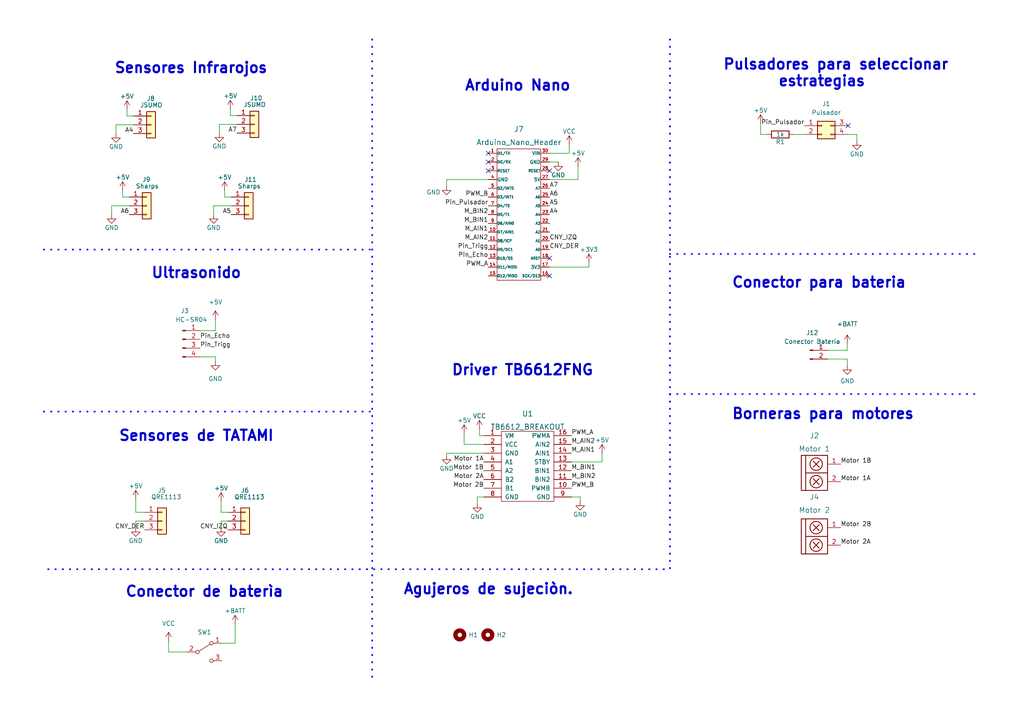
<source format=kicad_sch>
(kicad_sch (version 20211123) (generator eeschema)

  (uuid e63e39d7-6ac0-4ffd-8aa3-1841a4541b55)

  (paper "A4")

  (title_block
    (title "Robot Mini Sumo")
    (date "2022-08-17")
    (company "E.E.S.T N°5 \"2 de Abril\"")
    (comment 1 "Integrantes: Martín Gomez Valle")
    (comment 2 "Prof: Ing. Mariano Bustos")
    (comment 3 "Materia: Aplicaciones de la Electrónica Digital.")
  )

  (lib_symbols
    (symbol "Connector:Conn_01x02_Male" (pin_names (offset 1.016) hide) (in_bom yes) (on_board yes)
      (property "Reference" "J" (id 0) (at 0 2.54 0)
        (effects (font (size 1.27 1.27)))
      )
      (property "Value" "Conn_01x02_Male" (id 1) (at 0 -5.08 0)
        (effects (font (size 1.27 1.27)))
      )
      (property "Footprint" "" (id 2) (at 0 0 0)
        (effects (font (size 1.27 1.27)) hide)
      )
      (property "Datasheet" "~" (id 3) (at 0 0 0)
        (effects (font (size 1.27 1.27)) hide)
      )
      (property "ki_keywords" "connector" (id 4) (at 0 0 0)
        (effects (font (size 1.27 1.27)) hide)
      )
      (property "ki_description" "Generic connector, single row, 01x02, script generated (kicad-library-utils/schlib/autogen/connector/)" (id 5) (at 0 0 0)
        (effects (font (size 1.27 1.27)) hide)
      )
      (property "ki_fp_filters" "Connector*:*_1x??_*" (id 6) (at 0 0 0)
        (effects (font (size 1.27 1.27)) hide)
      )
      (symbol "Conn_01x02_Male_1_1"
        (polyline
          (pts
            (xy 1.27 -2.54)
            (xy 0.8636 -2.54)
          )
          (stroke (width 0.1524) (type default) (color 0 0 0 0))
          (fill (type none))
        )
        (polyline
          (pts
            (xy 1.27 0)
            (xy 0.8636 0)
          )
          (stroke (width 0.1524) (type default) (color 0 0 0 0))
          (fill (type none))
        )
        (rectangle (start 0.8636 -2.413) (end 0 -2.667)
          (stroke (width 0.1524) (type default) (color 0 0 0 0))
          (fill (type outline))
        )
        (rectangle (start 0.8636 0.127) (end 0 -0.127)
          (stroke (width 0.1524) (type default) (color 0 0 0 0))
          (fill (type outline))
        )
        (pin passive line (at 5.08 0 180) (length 3.81)
          (name "Pin_1" (effects (font (size 1.27 1.27))))
          (number "1" (effects (font (size 1.27 1.27))))
        )
        (pin passive line (at 5.08 -2.54 180) (length 3.81)
          (name "Pin_2" (effects (font (size 1.27 1.27))))
          (number "2" (effects (font (size 1.27 1.27))))
        )
      )
    )
    (symbol "Connector:Conn_01x04_Male" (pin_names (offset 1.016) hide) (in_bom yes) (on_board yes)
      (property "Reference" "J" (id 0) (at 0 5.08 0)
        (effects (font (size 1.27 1.27)))
      )
      (property "Value" "Conn_01x04_Male" (id 1) (at 0 -7.62 0)
        (effects (font (size 1.27 1.27)))
      )
      (property "Footprint" "" (id 2) (at 0 0 0)
        (effects (font (size 1.27 1.27)) hide)
      )
      (property "Datasheet" "~" (id 3) (at 0 0 0)
        (effects (font (size 1.27 1.27)) hide)
      )
      (property "ki_keywords" "connector" (id 4) (at 0 0 0)
        (effects (font (size 1.27 1.27)) hide)
      )
      (property "ki_description" "Generic connector, single row, 01x04, script generated (kicad-library-utils/schlib/autogen/connector/)" (id 5) (at 0 0 0)
        (effects (font (size 1.27 1.27)) hide)
      )
      (property "ki_fp_filters" "Connector*:*_1x??_*" (id 6) (at 0 0 0)
        (effects (font (size 1.27 1.27)) hide)
      )
      (symbol "Conn_01x04_Male_1_1"
        (polyline
          (pts
            (xy 1.27 -5.08)
            (xy 0.8636 -5.08)
          )
          (stroke (width 0.1524) (type default) (color 0 0 0 0))
          (fill (type none))
        )
        (polyline
          (pts
            (xy 1.27 -2.54)
            (xy 0.8636 -2.54)
          )
          (stroke (width 0.1524) (type default) (color 0 0 0 0))
          (fill (type none))
        )
        (polyline
          (pts
            (xy 1.27 0)
            (xy 0.8636 0)
          )
          (stroke (width 0.1524) (type default) (color 0 0 0 0))
          (fill (type none))
        )
        (polyline
          (pts
            (xy 1.27 2.54)
            (xy 0.8636 2.54)
          )
          (stroke (width 0.1524) (type default) (color 0 0 0 0))
          (fill (type none))
        )
        (rectangle (start 0.8636 -4.953) (end 0 -5.207)
          (stroke (width 0.1524) (type default) (color 0 0 0 0))
          (fill (type outline))
        )
        (rectangle (start 0.8636 -2.413) (end 0 -2.667)
          (stroke (width 0.1524) (type default) (color 0 0 0 0))
          (fill (type outline))
        )
        (rectangle (start 0.8636 0.127) (end 0 -0.127)
          (stroke (width 0.1524) (type default) (color 0 0 0 0))
          (fill (type outline))
        )
        (rectangle (start 0.8636 2.667) (end 0 2.413)
          (stroke (width 0.1524) (type default) (color 0 0 0 0))
          (fill (type outline))
        )
        (pin passive line (at 5.08 2.54 180) (length 3.81)
          (name "Pin_1" (effects (font (size 1.27 1.27))))
          (number "1" (effects (font (size 1.27 1.27))))
        )
        (pin passive line (at 5.08 0 180) (length 3.81)
          (name "Pin_2" (effects (font (size 1.27 1.27))))
          (number "2" (effects (font (size 1.27 1.27))))
        )
        (pin passive line (at 5.08 -2.54 180) (length 3.81)
          (name "Pin_3" (effects (font (size 1.27 1.27))))
          (number "3" (effects (font (size 1.27 1.27))))
        )
        (pin passive line (at 5.08 -5.08 180) (length 3.81)
          (name "Pin_4" (effects (font (size 1.27 1.27))))
          (number "4" (effects (font (size 1.27 1.27))))
        )
      )
    )
    (symbol "Connector_Generic:Conn_01x03" (pin_names (offset 1.016) hide) (in_bom yes) (on_board yes)
      (property "Reference" "J" (id 0) (at 0 5.08 0)
        (effects (font (size 1.27 1.27)))
      )
      (property "Value" "Conn_01x03" (id 1) (at 0 -5.08 0)
        (effects (font (size 1.27 1.27)))
      )
      (property "Footprint" "" (id 2) (at 0 0 0)
        (effects (font (size 1.27 1.27)) hide)
      )
      (property "Datasheet" "~" (id 3) (at 0 0 0)
        (effects (font (size 1.27 1.27)) hide)
      )
      (property "ki_keywords" "connector" (id 4) (at 0 0 0)
        (effects (font (size 1.27 1.27)) hide)
      )
      (property "ki_description" "Generic connector, single row, 01x03, script generated (kicad-library-utils/schlib/autogen/connector/)" (id 5) (at 0 0 0)
        (effects (font (size 1.27 1.27)) hide)
      )
      (property "ki_fp_filters" "Connector*:*_1x??_*" (id 6) (at 0 0 0)
        (effects (font (size 1.27 1.27)) hide)
      )
      (symbol "Conn_01x03_1_1"
        (rectangle (start -1.27 -2.413) (end 0 -2.667)
          (stroke (width 0.1524) (type default) (color 0 0 0 0))
          (fill (type none))
        )
        (rectangle (start -1.27 0.127) (end 0 -0.127)
          (stroke (width 0.1524) (type default) (color 0 0 0 0))
          (fill (type none))
        )
        (rectangle (start -1.27 2.667) (end 0 2.413)
          (stroke (width 0.1524) (type default) (color 0 0 0 0))
          (fill (type none))
        )
        (rectangle (start -1.27 3.81) (end 1.27 -3.81)
          (stroke (width 0.254) (type default) (color 0 0 0 0))
          (fill (type background))
        )
        (pin passive line (at -5.08 2.54 0) (length 3.81)
          (name "Pin_1" (effects (font (size 1.27 1.27))))
          (number "1" (effects (font (size 1.27 1.27))))
        )
        (pin passive line (at -5.08 0 0) (length 3.81)
          (name "Pin_2" (effects (font (size 1.27 1.27))))
          (number "2" (effects (font (size 1.27 1.27))))
        )
        (pin passive line (at -5.08 -2.54 0) (length 3.81)
          (name "Pin_3" (effects (font (size 1.27 1.27))))
          (number "3" (effects (font (size 1.27 1.27))))
        )
      )
    )
    (symbol "Connector_Generic:Conn_02x02_Top_Bottom" (pin_names (offset 1.016) hide) (in_bom yes) (on_board yes)
      (property "Reference" "J" (id 0) (at 1.27 2.54 0)
        (effects (font (size 1.27 1.27)))
      )
      (property "Value" "Conn_02x02_Top_Bottom" (id 1) (at 1.27 -5.08 0)
        (effects (font (size 1.27 1.27)))
      )
      (property "Footprint" "" (id 2) (at 0 0 0)
        (effects (font (size 1.27 1.27)) hide)
      )
      (property "Datasheet" "~" (id 3) (at 0 0 0)
        (effects (font (size 1.27 1.27)) hide)
      )
      (property "ki_keywords" "connector" (id 4) (at 0 0 0)
        (effects (font (size 1.27 1.27)) hide)
      )
      (property "ki_description" "Generic connector, double row, 02x02, top/bottom pin numbering scheme (row 1: 1...pins_per_row, row2: pins_per_row+1 ... num_pins), script generated (kicad-library-utils/schlib/autogen/connector/)" (id 5) (at 0 0 0)
        (effects (font (size 1.27 1.27)) hide)
      )
      (property "ki_fp_filters" "Connector*:*_2x??_*" (id 6) (at 0 0 0)
        (effects (font (size 1.27 1.27)) hide)
      )
      (symbol "Conn_02x02_Top_Bottom_1_1"
        (rectangle (start -1.27 -2.413) (end 0 -2.667)
          (stroke (width 0.1524) (type default) (color 0 0 0 0))
          (fill (type none))
        )
        (rectangle (start -1.27 0.127) (end 0 -0.127)
          (stroke (width 0.1524) (type default) (color 0 0 0 0))
          (fill (type none))
        )
        (rectangle (start -1.27 1.27) (end 3.81 -3.81)
          (stroke (width 0.254) (type default) (color 0 0 0 0))
          (fill (type background))
        )
        (rectangle (start 3.81 -2.413) (end 2.54 -2.667)
          (stroke (width 0.1524) (type default) (color 0 0 0 0))
          (fill (type none))
        )
        (rectangle (start 3.81 0.127) (end 2.54 -0.127)
          (stroke (width 0.1524) (type default) (color 0 0 0 0))
          (fill (type none))
        )
        (pin passive line (at -5.08 0 0) (length 3.81)
          (name "Pin_1" (effects (font (size 1.27 1.27))))
          (number "1" (effects (font (size 1.27 1.27))))
        )
        (pin passive line (at -5.08 -2.54 0) (length 3.81)
          (name "Pin_2" (effects (font (size 1.27 1.27))))
          (number "2" (effects (font (size 1.27 1.27))))
        )
        (pin passive line (at 7.62 0 180) (length 3.81)
          (name "Pin_3" (effects (font (size 1.27 1.27))))
          (number "3" (effects (font (size 1.27 1.27))))
        )
        (pin passive line (at 7.62 -2.54 180) (length 3.81)
          (name "Pin_4" (effects (font (size 1.27 1.27))))
          (number "4" (effects (font (size 1.27 1.27))))
        )
      )
    )
    (symbol "Device:R" (pin_numbers hide) (pin_names (offset 0)) (in_bom yes) (on_board yes)
      (property "Reference" "R" (id 0) (at 2.032 0 90)
        (effects (font (size 1.27 1.27)))
      )
      (property "Value" "R" (id 1) (at 0 0 90)
        (effects (font (size 1.27 1.27)))
      )
      (property "Footprint" "" (id 2) (at -1.778 0 90)
        (effects (font (size 1.27 1.27)) hide)
      )
      (property "Datasheet" "~" (id 3) (at 0 0 0)
        (effects (font (size 1.27 1.27)) hide)
      )
      (property "ki_keywords" "R res resistor" (id 4) (at 0 0 0)
        (effects (font (size 1.27 1.27)) hide)
      )
      (property "ki_description" "Resistor" (id 5) (at 0 0 0)
        (effects (font (size 1.27 1.27)) hide)
      )
      (property "ki_fp_filters" "R_*" (id 6) (at 0 0 0)
        (effects (font (size 1.27 1.27)) hide)
      )
      (symbol "R_0_1"
        (rectangle (start -1.016 -2.54) (end 1.016 2.54)
          (stroke (width 0.254) (type default) (color 0 0 0 0))
          (fill (type none))
        )
      )
      (symbol "R_1_1"
        (pin passive line (at 0 3.81 270) (length 1.27)
          (name "~" (effects (font (size 1.27 1.27))))
          (number "1" (effects (font (size 1.27 1.27))))
        )
        (pin passive line (at 0 -3.81 90) (length 1.27)
          (name "~" (effects (font (size 1.27 1.27))))
          (number "2" (effects (font (size 1.27 1.27))))
        )
      )
    )
    (symbol "EESTN5:Arduino_Nano_Header" (pin_names (offset 0.0254)) (in_bom yes) (on_board yes)
      (property "Reference" "J" (id 0) (at 0 20.32 0)
        (effects (font (size 1.524 1.524)))
      )
      (property "Value" "Arduino_Nano_Header" (id 1) (at 0 -20.32 0)
        (effects (font (size 1.524 1.524)))
      )
      (property "Footprint" "" (id 2) (at 0 0 0)
        (effects (font (size 1.524 1.524)))
      )
      (property "Datasheet" "" (id 3) (at 0 0 0)
        (effects (font (size 1.524 1.524)))
      )
      (symbol "Arduino_Nano_Header_0_1"
        (rectangle (start 6.35 -19.05) (end -6.35 19.05)
          (stroke (width 0) (type default) (color 0 0 0 0))
          (fill (type none))
        )
      )
      (symbol "Arduino_Nano_Header_1_1"
        (pin passive line (at -8.89 17.78 0) (length 2.54)
          (name "D1/TX" (effects (font (size 0.7874 0.7874))))
          (number "1" (effects (font (size 0.889 0.889))))
        )
        (pin passive line (at -8.89 -5.08 0) (length 2.54)
          (name "D7/AIN1" (effects (font (size 0.762 0.762))))
          (number "10" (effects (font (size 0.889 0.889))))
        )
        (pin passive line (at -8.89 -7.62 0) (length 2.54)
          (name "D8/ICP" (effects (font (size 0.762 0.762))))
          (number "11" (effects (font (size 0.889 0.889))))
        )
        (pin passive line (at -8.89 -10.16 0) (length 2.54)
          (name "D9/0C1" (effects (font (size 0.762 0.762))))
          (number "12" (effects (font (size 0.889 0.889))))
        )
        (pin passive line (at -8.89 -12.7 0) (length 2.54)
          (name "D10/SS" (effects (font (size 0.762 0.762))))
          (number "13" (effects (font (size 0.889 0.889))))
        )
        (pin passive line (at -8.89 -15.24 0) (length 2.54)
          (name "D11/MOSI" (effects (font (size 0.762 0.762))))
          (number "14" (effects (font (size 0.889 0.889))))
        )
        (pin passive line (at -8.89 -17.78 0) (length 2.54)
          (name "D12/MISO" (effects (font (size 0.762 0.762))))
          (number "15" (effects (font (size 0.889 0.889))))
        )
        (pin passive line (at 8.89 -17.78 180) (length 2.54)
          (name "SCK/D13" (effects (font (size 0.762 0.762))))
          (number "16" (effects (font (size 0.889 0.889))))
        )
        (pin passive line (at 8.89 -15.24 180) (length 2.54)
          (name "3V3" (effects (font (size 0.9906 0.9906))))
          (number "17" (effects (font (size 0.889 0.889))))
        )
        (pin passive line (at 8.89 -12.7 180) (length 2.54)
          (name "AREF" (effects (font (size 0.762 0.762))))
          (number "18" (effects (font (size 0.889 0.889))))
        )
        (pin passive line (at 8.89 -10.16 180) (length 2.54)
          (name "A0" (effects (font (size 0.762 0.762))))
          (number "19" (effects (font (size 0.889 0.889))))
        )
        (pin passive line (at -8.89 15.24 0) (length 2.54)
          (name "D0/RX" (effects (font (size 0.7874 0.7874))))
          (number "2" (effects (font (size 0.889 0.889))))
        )
        (pin passive line (at 8.89 -7.62 180) (length 2.54)
          (name "A1" (effects (font (size 0.762 0.762))))
          (number "20" (effects (font (size 0.889 0.889))))
        )
        (pin passive line (at 8.89 -5.08 180) (length 2.54)
          (name "A2" (effects (font (size 0.762 0.762))))
          (number "21" (effects (font (size 0.889 0.889))))
        )
        (pin passive line (at 8.89 -2.54 180) (length 2.54)
          (name "A3" (effects (font (size 0.762 0.762))))
          (number "22" (effects (font (size 0.889 0.889))))
        )
        (pin passive line (at 8.89 0 180) (length 2.54)
          (name "A4" (effects (font (size 0.762 0.762))))
          (number "23" (effects (font (size 0.889 0.889))))
        )
        (pin passive line (at 8.89 2.54 180) (length 2.54)
          (name "A5" (effects (font (size 0.762 0.762))))
          (number "24" (effects (font (size 0.889 0.889))))
        )
        (pin passive line (at 8.89 5.08 180) (length 2.54)
          (name "A6" (effects (font (size 0.762 0.762))))
          (number "25" (effects (font (size 0.889 0.889))))
        )
        (pin passive line (at 8.89 7.62 180) (length 2.54)
          (name "A7" (effects (font (size 0.762 0.762))))
          (number "26" (effects (font (size 0.889 0.889))))
        )
        (pin passive line (at 8.89 10.16 180) (length 2.54)
          (name "5V" (effects (font (size 0.9906 0.9906))))
          (number "27" (effects (font (size 0.889 0.889))))
        )
        (pin passive line (at 8.89 12.7 180) (length 2.54)
          (name "RESET" (effects (font (size 0.762 0.762))))
          (number "28" (effects (font (size 0.889 0.889))))
        )
        (pin passive line (at 8.89 15.24 180) (length 2.54)
          (name "GND" (effects (font (size 0.9906 0.9906))))
          (number "29" (effects (font (size 0.889 0.889))))
        )
        (pin passive line (at -8.89 12.7 0) (length 2.54)
          (name "RESET" (effects (font (size 0.7874 0.7874))))
          (number "3" (effects (font (size 0.889 0.889))))
        )
        (pin passive line (at 8.89 17.78 180) (length 2.54)
          (name "VIN" (effects (font (size 0.9906 0.9906))))
          (number "30" (effects (font (size 0.889 0.889))))
        )
        (pin passive line (at -8.89 10.16 0) (length 2.54)
          (name "GND" (effects (font (size 0.9906 0.9906))))
          (number "4" (effects (font (size 0.889 0.889))))
        )
        (pin passive line (at -8.89 7.62 0) (length 2.54)
          (name "D2/INT0" (effects (font (size 0.762 0.762))))
          (number "5" (effects (font (size 0.889 0.889))))
        )
        (pin passive line (at -8.89 5.08 0) (length 2.54)
          (name "D3/INT1" (effects (font (size 0.762 0.762))))
          (number "6" (effects (font (size 0.889 0.889))))
        )
        (pin passive line (at -8.89 2.54 0) (length 2.54)
          (name "D4/T0" (effects (font (size 0.762 0.762))))
          (number "7" (effects (font (size 0.889 0.889))))
        )
        (pin passive line (at -8.89 0 0) (length 2.54)
          (name "D5/T1" (effects (font (size 0.762 0.762))))
          (number "8" (effects (font (size 0.889 0.889))))
        )
        (pin passive line (at -8.89 -2.54 0) (length 2.54)
          (name "D6/AIN0" (effects (font (size 0.762 0.762))))
          (number "9" (effects (font (size 0.889 0.889))))
        )
      )
    )
    (symbol "EESTN5:Mounting_Hole" (pin_names (offset 1.016)) (in_bom yes) (on_board yes)
      (property "Reference" "H" (id 0) (at 0 5.08 0)
        (effects (font (size 1.27 1.27)))
      )
      (property "Value" "Mounting_Hole" (id 1) (at 0 3.175 0)
        (effects (font (size 1.27 1.27)) hide)
      )
      (property "Footprint" "" (id 2) (at 0 0 0)
        (effects (font (size 1.524 1.524)) hide)
      )
      (property "Datasheet" "" (id 3) (at 0 0 0)
        (effects (font (size 1.524 1.524)) hide)
      )
      (property "ki_keywords" "mounting hole" (id 4) (at 0 0 0)
        (effects (font (size 1.27 1.27)) hide)
      )
      (property "ki_description" "Mounting Hole without connection" (id 5) (at 0 0 0)
        (effects (font (size 1.27 1.27)) hide)
      )
      (property "ki_fp_filters" "hole* Logo* PAD* Separador* Cable*" (id 6) (at 0 0 0)
        (effects (font (size 1.27 1.27)) hide)
      )
      (symbol "Mounting_Hole_0_1"
        (circle (center 0 0) (radius 1.27)
          (stroke (width 1.27) (type default) (color 0 0 0 0))
          (fill (type none))
        )
      )
    )
    (symbol "EESTN5:SW_SPDT" (pin_names (offset 0) hide) (in_bom yes) (on_board yes)
      (property "Reference" "SW" (id 0) (at 0 4.318 0)
        (effects (font (size 1.27 1.27)))
      )
      (property "Value" "SW_SPDT" (id 1) (at 0 -5.08 0)
        (effects (font (size 1.27 1.27)) hide)
      )
      (property "Footprint" "" (id 2) (at 0 0 0)
        (effects (font (size 1.27 1.27)))
      )
      (property "Datasheet" "" (id 3) (at 0 0 0)
        (effects (font (size 1.27 1.27)))
      )
      (property "ki_keywords" "switch single-pole double-throw spdt ON-ON" (id 4) (at 0 0 0)
        (effects (font (size 1.27 1.27)) hide)
      )
      (property "ki_description" "Switch, single pole double throw" (id 5) (at 0 0 0)
        (effects (font (size 1.27 1.27)) hide)
      )
      (property "ki_fp_filters" "SW* LLAVE*" (id 6) (at 0 0 0)
        (effects (font (size 1.27 1.27)) hide)
      )
      (symbol "SW_SPDT_0_0"
        (circle (center -2.032 0) (radius 0.508)
          (stroke (width 0) (type default) (color 0 0 0 0))
          (fill (type none))
        )
        (circle (center 2.032 -2.54) (radius 0.508)
          (stroke (width 0) (type default) (color 0 0 0 0))
          (fill (type none))
        )
      )
      (symbol "SW_SPDT_0_1"
        (polyline
          (pts
            (xy -1.524 0.254)
            (xy 1.651 2.286)
          )
          (stroke (width 0) (type default) (color 0 0 0 0))
          (fill (type none))
        )
        (circle (center 2.032 2.54) (radius 0.508)
          (stroke (width 0) (type default) (color 0 0 0 0))
          (fill (type none))
        )
      )
      (symbol "SW_SPDT_1_1"
        (pin passive line (at 5.08 2.54 180) (length 2.54)
          (name "A" (effects (font (size 1.27 1.27))))
          (number "1" (effects (font (size 1.27 1.27))))
        )
        (pin passive line (at -5.08 0 0) (length 2.54)
          (name "B" (effects (font (size 1.27 1.27))))
          (number "2" (effects (font (size 1.27 1.27))))
        )
        (pin passive line (at 5.08 -2.54 180) (length 2.54)
          (name "C" (effects (font (size 1.27 1.27))))
          (number "3" (effects (font (size 1.27 1.27))))
        )
      )
    )
    (symbol "EESTN5:TB6612_BREAKOUT" (pin_names (offset 1.016)) (in_bom yes) (on_board yes)
      (property "Reference" "U" (id 0) (at 0 11.43 0)
        (effects (font (size 1.524 1.524)))
      )
      (property "Value" "TB6612_BREAKOUT" (id 1) (at 0 -13.97 0)
        (effects (font (size 1.524 1.524)))
      )
      (property "Footprint" "" (id 2) (at 0 -1.27 0)
        (effects (font (size 1.524 1.524)) hide)
      )
      (property "Datasheet" "" (id 3) (at 0 -1.27 0)
        (effects (font (size 1.524 1.524)) hide)
      )
      (property "ki_keywords" "TB6612" (id 4) (at 0 0 0)
        (effects (font (size 1.27 1.27)) hide)
      )
      (property "ki_description" "BreakOut Board for TB6612" (id 5) (at 0 0 0)
        (effects (font (size 1.27 1.27)) hide)
      )
      (property "ki_fp_filters" "TB6612*" (id 6) (at 0 0 0)
        (effects (font (size 1.27 1.27)) hide)
      )
      (symbol "TB6612_BREAKOUT_0_1"
        (rectangle (start -7.62 10.16) (end 7.62 -10.16)
          (stroke (width 0) (type default) (color 0 0 0 0))
          (fill (type none))
        )
      )
      (symbol "TB6612_BREAKOUT_1_1"
        (pin passive line (at -12.7 8.89 0) (length 5.08)
          (name "VM" (effects (font (size 1.27 1.27))))
          (number "1" (effects (font (size 1.27 1.27))))
        )
        (pin passive line (at 12.7 -6.35 180) (length 5.08)
          (name "PWMB" (effects (font (size 1.27 1.27))))
          (number "10" (effects (font (size 1.27 1.27))))
        )
        (pin passive line (at 12.7 -3.81 180) (length 5.08)
          (name "BIN2" (effects (font (size 1.27 1.27))))
          (number "11" (effects (font (size 1.27 1.27))))
        )
        (pin passive line (at 12.7 -1.27 180) (length 5.08)
          (name "BIN1" (effects (font (size 1.27 1.27))))
          (number "12" (effects (font (size 1.27 1.27))))
        )
        (pin passive line (at 12.7 1.27 180) (length 5.08)
          (name "STBY" (effects (font (size 1.27 1.27))))
          (number "13" (effects (font (size 1.27 1.27))))
        )
        (pin passive line (at 12.7 3.81 180) (length 5.08)
          (name "AIN1" (effects (font (size 1.27 1.27))))
          (number "14" (effects (font (size 1.27 1.27))))
        )
        (pin passive line (at 12.7 6.35 180) (length 5.08)
          (name "AIN2" (effects (font (size 1.27 1.27))))
          (number "15" (effects (font (size 1.27 1.27))))
        )
        (pin passive line (at 12.7 8.89 180) (length 5.08)
          (name "PWMA" (effects (font (size 1.27 1.27))))
          (number "16" (effects (font (size 1.27 1.27))))
        )
        (pin passive line (at -12.7 6.35 0) (length 5.08)
          (name "VCC" (effects (font (size 1.27 1.27))))
          (number "2" (effects (font (size 1.27 1.27))))
        )
        (pin passive line (at -12.7 3.81 0) (length 5.08)
          (name "GND" (effects (font (size 1.27 1.27))))
          (number "3" (effects (font (size 1.27 1.27))))
        )
        (pin passive line (at -12.7 1.27 0) (length 5.08)
          (name "A1" (effects (font (size 1.27 1.27))))
          (number "4" (effects (font (size 1.27 1.27))))
        )
        (pin passive line (at -12.7 -1.27 0) (length 5.08)
          (name "A2" (effects (font (size 1.27 1.27))))
          (number "5" (effects (font (size 1.27 1.27))))
        )
        (pin passive line (at -12.7 -3.81 0) (length 5.08)
          (name "B2" (effects (font (size 1.27 1.27))))
          (number "6" (effects (font (size 1.27 1.27))))
        )
        (pin passive line (at -12.7 -6.35 0) (length 5.08)
          (name "B1" (effects (font (size 1.27 1.27))))
          (number "7" (effects (font (size 1.27 1.27))))
        )
        (pin passive line (at -12.7 -8.89 0) (length 5.08)
          (name "GND" (effects (font (size 1.27 1.27))))
          (number "8" (effects (font (size 1.27 1.27))))
        )
        (pin passive line (at 12.7 -8.89 180) (length 5.08)
          (name "GND" (effects (font (size 1.27 1.27))))
          (number "9" (effects (font (size 1.27 1.27))))
        )
      )
    )
    (symbol "EESTN5:TB_1X2" (pin_names (offset 1.016)) (in_bom yes) (on_board yes)
      (property "Reference" "J" (id 0) (at 0 7.62 0)
        (effects (font (size 1.524 1.524)))
      )
      (property "Value" "TB_1X2" (id 1) (at 1.27 -7.62 0)
        (effects (font (size 1.524 1.524)))
      )
      (property "Footprint" "" (id 2) (at -1.27 1.27 0)
        (effects (font (size 1.524 1.524)))
      )
      (property "Datasheet" "" (id 3) (at -1.27 1.27 0)
        (effects (font (size 1.524 1.524)))
      )
      (property "ki_fp_filters" "BORNERA* TB*" (id 4) (at 0 0 0)
        (effects (font (size 1.27 1.27)) hide)
      )
      (symbol "TB_1X2_0_1"
        (rectangle (start -2.54 5.08) (end 5.08 -5.08)
          (stroke (width 0.254) (type default) (color 0 0 0 0))
          (fill (type none))
        )
        (polyline
          (pts
            (xy -1.27 0)
            (xy 5.08 0)
          )
          (stroke (width 0.254) (type default) (color 0 0 0 0))
          (fill (type none))
        )
        (polyline
          (pts
            (xy -1.27 5.08)
            (xy -1.27 -5.08)
          )
          (stroke (width 0.254) (type default) (color 0 0 0 0))
          (fill (type none))
        )
        (polyline
          (pts
            (xy 0.889 -3.429)
            (xy 2.667 -1.651)
          )
          (stroke (width 0.254) (type default) (color 0 0 0 0))
          (fill (type none))
        )
        (polyline
          (pts
            (xy 0.889 -1.651)
            (xy 2.667 -3.429)
          )
          (stroke (width 0.254) (type default) (color 0 0 0 0))
          (fill (type none))
        )
        (polyline
          (pts
            (xy 0.889 1.651)
            (xy 2.667 3.429)
          )
          (stroke (width 0.254) (type default) (color 0 0 0 0))
          (fill (type none))
        )
        (polyline
          (pts
            (xy 0.889 3.429)
            (xy 2.667 1.651)
          )
          (stroke (width 0.254) (type default) (color 0 0 0 0))
          (fill (type none))
        )
        (circle (center 1.778 -2.54) (radius 1.8034)
          (stroke (width 0.254) (type default) (color 0 0 0 0))
          (fill (type none))
        )
        (circle (center 1.778 2.54) (radius 1.8034)
          (stroke (width 0.254) (type default) (color 0 0 0 0))
          (fill (type none))
        )
      )
      (symbol "TB_1X2_1_1"
        (pin input line (at 8.89 2.54 180) (length 3.81)
          (name "~" (effects (font (size 1.27 1.27))))
          (number "1" (effects (font (size 1.27 1.27))))
        )
        (pin input line (at 8.89 -2.54 180) (length 3.81)
          (name "~" (effects (font (size 1.27 1.27))))
          (number "2" (effects (font (size 1.27 1.27))))
        )
      )
    )
    (symbol "power:+3.3V" (power) (pin_names (offset 0)) (in_bom yes) (on_board yes)
      (property "Reference" "#PWR" (id 0) (at 0 -3.81 0)
        (effects (font (size 1.27 1.27)) hide)
      )
      (property "Value" "+3.3V" (id 1) (at 0 3.556 0)
        (effects (font (size 1.27 1.27)))
      )
      (property "Footprint" "" (id 2) (at 0 0 0)
        (effects (font (size 1.27 1.27)) hide)
      )
      (property "Datasheet" "" (id 3) (at 0 0 0)
        (effects (font (size 1.27 1.27)) hide)
      )
      (property "ki_keywords" "power-flag" (id 4) (at 0 0 0)
        (effects (font (size 1.27 1.27)) hide)
      )
      (property "ki_description" "Power symbol creates a global label with name \"+3.3V\"" (id 5) (at 0 0 0)
        (effects (font (size 1.27 1.27)) hide)
      )
      (symbol "+3.3V_0_1"
        (polyline
          (pts
            (xy -0.762 1.27)
            (xy 0 2.54)
          )
          (stroke (width 0) (type default) (color 0 0 0 0))
          (fill (type none))
        )
        (polyline
          (pts
            (xy 0 0)
            (xy 0 2.54)
          )
          (stroke (width 0) (type default) (color 0 0 0 0))
          (fill (type none))
        )
        (polyline
          (pts
            (xy 0 2.54)
            (xy 0.762 1.27)
          )
          (stroke (width 0) (type default) (color 0 0 0 0))
          (fill (type none))
        )
      )
      (symbol "+3.3V_1_1"
        (pin power_in line (at 0 0 90) (length 0) hide
          (name "+3V3" (effects (font (size 1.27 1.27))))
          (number "1" (effects (font (size 1.27 1.27))))
        )
      )
    )
    (symbol "power:+5V" (power) (pin_names (offset 0)) (in_bom yes) (on_board yes)
      (property "Reference" "#PWR" (id 0) (at 0 -3.81 0)
        (effects (font (size 1.27 1.27)) hide)
      )
      (property "Value" "+5V" (id 1) (at 0 3.556 0)
        (effects (font (size 1.27 1.27)))
      )
      (property "Footprint" "" (id 2) (at 0 0 0)
        (effects (font (size 1.27 1.27)) hide)
      )
      (property "Datasheet" "" (id 3) (at 0 0 0)
        (effects (font (size 1.27 1.27)) hide)
      )
      (property "ki_keywords" "power-flag" (id 4) (at 0 0 0)
        (effects (font (size 1.27 1.27)) hide)
      )
      (property "ki_description" "Power symbol creates a global label with name \"+5V\"" (id 5) (at 0 0 0)
        (effects (font (size 1.27 1.27)) hide)
      )
      (symbol "+5V_0_1"
        (polyline
          (pts
            (xy -0.762 1.27)
            (xy 0 2.54)
          )
          (stroke (width 0) (type default) (color 0 0 0 0))
          (fill (type none))
        )
        (polyline
          (pts
            (xy 0 0)
            (xy 0 2.54)
          )
          (stroke (width 0) (type default) (color 0 0 0 0))
          (fill (type none))
        )
        (polyline
          (pts
            (xy 0 2.54)
            (xy 0.762 1.27)
          )
          (stroke (width 0) (type default) (color 0 0 0 0))
          (fill (type none))
        )
      )
      (symbol "+5V_1_1"
        (pin power_in line (at 0 0 90) (length 0) hide
          (name "+5V" (effects (font (size 1.27 1.27))))
          (number "1" (effects (font (size 1.27 1.27))))
        )
      )
    )
    (symbol "power:+BATT" (power) (pin_names (offset 0)) (in_bom yes) (on_board yes)
      (property "Reference" "#PWR" (id 0) (at 0 -3.81 0)
        (effects (font (size 1.27 1.27)) hide)
      )
      (property "Value" "+BATT" (id 1) (at 0 3.556 0)
        (effects (font (size 1.27 1.27)))
      )
      (property "Footprint" "" (id 2) (at 0 0 0)
        (effects (font (size 1.27 1.27)) hide)
      )
      (property "Datasheet" "" (id 3) (at 0 0 0)
        (effects (font (size 1.27 1.27)) hide)
      )
      (property "ki_keywords" "power-flag battery" (id 4) (at 0 0 0)
        (effects (font (size 1.27 1.27)) hide)
      )
      (property "ki_description" "Power symbol creates a global label with name \"+BATT\"" (id 5) (at 0 0 0)
        (effects (font (size 1.27 1.27)) hide)
      )
      (symbol "+BATT_0_1"
        (polyline
          (pts
            (xy -0.762 1.27)
            (xy 0 2.54)
          )
          (stroke (width 0) (type default) (color 0 0 0 0))
          (fill (type none))
        )
        (polyline
          (pts
            (xy 0 0)
            (xy 0 2.54)
          )
          (stroke (width 0) (type default) (color 0 0 0 0))
          (fill (type none))
        )
        (polyline
          (pts
            (xy 0 2.54)
            (xy 0.762 1.27)
          )
          (stroke (width 0) (type default) (color 0 0 0 0))
          (fill (type none))
        )
      )
      (symbol "+BATT_1_1"
        (pin power_in line (at 0 0 90) (length 0) hide
          (name "+BATT" (effects (font (size 1.27 1.27))))
          (number "1" (effects (font (size 1.27 1.27))))
        )
      )
    )
    (symbol "power:GND" (power) (pin_names (offset 0)) (in_bom yes) (on_board yes)
      (property "Reference" "#PWR" (id 0) (at 0 -6.35 0)
        (effects (font (size 1.27 1.27)) hide)
      )
      (property "Value" "GND" (id 1) (at 0 -3.81 0)
        (effects (font (size 1.27 1.27)))
      )
      (property "Footprint" "" (id 2) (at 0 0 0)
        (effects (font (size 1.27 1.27)) hide)
      )
      (property "Datasheet" "" (id 3) (at 0 0 0)
        (effects (font (size 1.27 1.27)) hide)
      )
      (property "ki_keywords" "power-flag" (id 4) (at 0 0 0)
        (effects (font (size 1.27 1.27)) hide)
      )
      (property "ki_description" "Power symbol creates a global label with name \"GND\" , ground" (id 5) (at 0 0 0)
        (effects (font (size 1.27 1.27)) hide)
      )
      (symbol "GND_0_1"
        (polyline
          (pts
            (xy 0 0)
            (xy 0 -1.27)
            (xy 1.27 -1.27)
            (xy 0 -2.54)
            (xy -1.27 -1.27)
            (xy 0 -1.27)
          )
          (stroke (width 0) (type default) (color 0 0 0 0))
          (fill (type none))
        )
      )
      (symbol "GND_1_1"
        (pin power_in line (at 0 0 270) (length 0) hide
          (name "GND" (effects (font (size 1.27 1.27))))
          (number "1" (effects (font (size 1.27 1.27))))
        )
      )
    )
    (symbol "power:VCC" (power) (pin_names (offset 0)) (in_bom yes) (on_board yes)
      (property "Reference" "#PWR" (id 0) (at 0 -3.81 0)
        (effects (font (size 1.27 1.27)) hide)
      )
      (property "Value" "VCC" (id 1) (at 0 3.81 0)
        (effects (font (size 1.27 1.27)))
      )
      (property "Footprint" "" (id 2) (at 0 0 0)
        (effects (font (size 1.27 1.27)) hide)
      )
      (property "Datasheet" "" (id 3) (at 0 0 0)
        (effects (font (size 1.27 1.27)) hide)
      )
      (property "ki_keywords" "power-flag" (id 4) (at 0 0 0)
        (effects (font (size 1.27 1.27)) hide)
      )
      (property "ki_description" "Power symbol creates a global label with name \"VCC\"" (id 5) (at 0 0 0)
        (effects (font (size 1.27 1.27)) hide)
      )
      (symbol "VCC_0_1"
        (polyline
          (pts
            (xy -0.762 1.27)
            (xy 0 2.54)
          )
          (stroke (width 0) (type default) (color 0 0 0 0))
          (fill (type none))
        )
        (polyline
          (pts
            (xy 0 0)
            (xy 0 2.54)
          )
          (stroke (width 0) (type default) (color 0 0 0 0))
          (fill (type none))
        )
        (polyline
          (pts
            (xy 0 2.54)
            (xy 0.762 1.27)
          )
          (stroke (width 0) (type default) (color 0 0 0 0))
          (fill (type none))
        )
      )
      (symbol "VCC_1_1"
        (pin power_in line (at 0 0 90) (length 0) hide
          (name "VCC" (effects (font (size 1.27 1.27))))
          (number "1" (effects (font (size 1.27 1.27))))
        )
      )
    )
  )


  (no_connect (at 141.605 49.53) (uuid 265c79c9-543a-450d-8874-a558f8f9ea2a))
  (no_connect (at 141.605 44.45) (uuid 265c79c9-543a-450d-8874-a558f8f9ea2b))
  (no_connect (at 141.605 46.99) (uuid 265c79c9-543a-450d-8874-a558f8f9ea2c))
  (no_connect (at 159.385 49.53) (uuid 26c16f04-65f9-49cd-8608-2267a0af9854))
  (no_connect (at 159.385 74.93) (uuid a40e7230-0eb4-44a4-827f-52d5fb980e14))
  (no_connect (at 159.385 80.01) (uuid a40e7230-0eb4-44a4-827f-52d5fb980e15))
  (no_connect (at 245.999 36.449) (uuid fa3f7657-dcb6-471d-afe2-070a256206e1))

  (wire (pts (xy 230.124 38.989) (xy 233.299 38.989))
    (stroke (width 0) (type default) (color 0 0 0 0))
    (uuid 05aa5c8d-75a5-4538-8d3d-68fe1b356a48)
  )
  (wire (pts (xy 170.815 76.2) (xy 170.815 77.47))
    (stroke (width 0) (type default) (color 0 0 0 0))
    (uuid 071db144-abf1-476d-a76d-55b343d52422)
  )
  (wire (pts (xy 138.43 144.145) (xy 138.43 146.05))
    (stroke (width 0) (type default) (color 0 0 0 0))
    (uuid 0f258799-8ae6-4a34-ba55-e473de5068ca)
  )
  (wire (pts (xy 35.56 57.15) (xy 35.56 55.245))
    (stroke (width 0) (type default) (color 0 0 0 0))
    (uuid 11bcd275-3cb1-4af6-88e8-90d4a9c3c077)
  )
  (wire (pts (xy 41.91 151.13) (xy 39.37 151.13))
    (stroke (width 0) (type default) (color 0 0 0 0))
    (uuid 188c95e7-0034-4725-9e31-f51d16164f1a)
  )
  (wire (pts (xy 37.465 57.15) (xy 35.56 57.15))
    (stroke (width 0) (type default) (color 0 0 0 0))
    (uuid 1af7bbdc-ecc0-42a1-b212-c9171c0e5bf5)
  )
  (wire (pts (xy 63.627 36.068) (xy 68.707 36.068))
    (stroke (width 0) (type default) (color 0 0 0 0))
    (uuid 1bc7c379-02cb-4d5e-967b-ca62254d068c)
  )
  (wire (pts (xy 159.385 52.07) (xy 167.64 52.07))
    (stroke (width 0) (type default) (color 0 0 0 0))
    (uuid 1c15c0a3-15e8-406b-9754-c092f8898ce3)
  )
  (wire (pts (xy 39.37 148.59) (xy 41.91 148.59))
    (stroke (width 0) (type default) (color 0 0 0 0))
    (uuid 200d2d87-d522-42b5-9650-6c64d350cccd)
  )
  (wire (pts (xy 36.83 33.655) (xy 36.83 31.75))
    (stroke (width 0) (type default) (color 0 0 0 0))
    (uuid 21843a32-3dac-4ee1-abff-935492d8ce6a)
  )
  (wire (pts (xy 64.135 153.035) (xy 64.135 151.13))
    (stroke (width 0) (type default) (color 0 0 0 0))
    (uuid 21ad3703-8b23-4bb5-8bb2-e4e3281048dc)
  )
  (wire (pts (xy 68.199 180.975) (xy 68.199 186.563))
    (stroke (width 0) (type default) (color 0 0 0 0))
    (uuid 23806910-5e90-4f5b-b34c-ae1aed0794ea)
  )
  (wire (pts (xy 48.895 189.103) (xy 54.229 189.103))
    (stroke (width 0) (type default) (color 0 0 0 0))
    (uuid 2423dbf4-7f67-4726-9561-21b7f33bfa10)
  )
  (wire (pts (xy 63.627 38.608) (xy 63.627 36.068))
    (stroke (width 0) (type default) (color 0 0 0 0))
    (uuid 2737cf31-5290-4c0b-b9b8-f722937b7d2b)
  )
  (wire (pts (xy 240.03 104.14) (xy 245.745 104.14))
    (stroke (width 0) (type default) (color 0 0 0 0))
    (uuid 2afea77a-bdd6-4244-ad2f-b68256c8b938)
  )
  (wire (pts (xy 33.655 38.735) (xy 33.655 36.195))
    (stroke (width 0) (type default) (color 0 0 0 0))
    (uuid 2c3a3381-6b6c-45dc-a184-06771551cb5e)
  )
  (wire (pts (xy 139.065 124.46) (xy 139.065 126.365))
    (stroke (width 0) (type default) (color 0 0 0 0))
    (uuid 2d40b7c1-bf16-4d4a-882b-7d046608ece1)
  )
  (wire (pts (xy 245.745 101.6) (xy 245.745 99.695))
    (stroke (width 0) (type default) (color 0 0 0 0))
    (uuid 3e31a27d-429f-4647-b166-2bf16f36a581)
  )
  (wire (pts (xy 32.385 62.23) (xy 32.385 59.69))
    (stroke (width 0) (type default) (color 0 0 0 0))
    (uuid 44f9d6be-a921-45d3-83e4-b44fc7092f94)
  )
  (bus (pts (xy 12.7 72.39) (xy 107.95 72.39))
    (stroke (width 0.5) (type dot) (color 0 16 255 1))
    (uuid 451eab0a-b898-40a7-9855-c671f6c05f7c)
  )

  (wire (pts (xy 64.135 148.59) (xy 66.04 148.59))
    (stroke (width 0) (type default) (color 0 0 0 0))
    (uuid 4a63b5fd-8517-4d12-892b-6b5a2f0b5f80)
  )
  (wire (pts (xy 165.735 133.985) (xy 174.625 133.985))
    (stroke (width 0) (type default) (color 0 0 0 0))
    (uuid 4aa4849e-4466-44f8-b538-27a1291aaa5c)
  )
  (wire (pts (xy 168.275 144.145) (xy 165.735 144.145))
    (stroke (width 0) (type default) (color 0 0 0 0))
    (uuid 4c80dee1-217e-4d95-9c6c-1af24b9a6770)
  )
  (bus (pts (xy 12.7 119.38) (xy 107.95 119.38))
    (stroke (width 0.5) (type dot) (color 0 16 255 1))
    (uuid 4f27cd24-9cab-4728-a39c-353db2cb565e)
  )

  (wire (pts (xy 67.056 57.15) (xy 65.151 57.15))
    (stroke (width 0) (type default) (color 0 0 0 0))
    (uuid 516f1714-85ac-4213-ae60-7e336fd5deee)
  )
  (wire (pts (xy 66.802 33.528) (xy 66.802 31.623))
    (stroke (width 0) (type default) (color 0 0 0 0))
    (uuid 54dfb523-a9e8-4488-b68c-932f080d399b)
  )
  (bus (pts (xy 194.31 11.43) (xy 194.31 165.1))
    (stroke (width 0.5) (type dot) (color 5 0 255 1))
    (uuid 5f2a182b-b591-4eda-850d-2b756417d159)
  )

  (wire (pts (xy 240.03 101.6) (xy 245.745 101.6))
    (stroke (width 0) (type default) (color 0 0 0 0))
    (uuid 6660679f-efbf-42aa-bdab-656043f567fa)
  )
  (wire (pts (xy 167.64 52.07) (xy 167.64 48.26))
    (stroke (width 0) (type default) (color 0 0 0 0))
    (uuid 6f027b68-f5c9-4fc8-9766-427861905873)
  )
  (wire (pts (xy 129.54 131.445) (xy 140.335 131.445))
    (stroke (width 0) (type default) (color 0 0 0 0))
    (uuid 6f976d36-baa5-4378-a19f-639ac9ecbfc9)
  )
  (wire (pts (xy 48.895 185.928) (xy 48.895 189.103))
    (stroke (width 0) (type default) (color 0 0 0 0))
    (uuid 71217b93-fe83-4043-8494-863feaee352c)
  )
  (wire (pts (xy 159.385 46.99) (xy 161.925 46.99))
    (stroke (width 0) (type default) (color 0 0 0 0))
    (uuid 7578cbc7-9405-49dc-8555-cdaae0fb7b97)
  )
  (wire (pts (xy 62.484 103.505) (xy 58.039 103.505))
    (stroke (width 0) (type default) (color 0 0 0 0))
    (uuid 78dec16b-b34e-481e-ae00-dbcbb735baae)
  )
  (wire (pts (xy 65.151 57.15) (xy 65.151 55.245))
    (stroke (width 0) (type default) (color 0 0 0 0))
    (uuid 7e19908b-23cb-4efd-b205-7087c7b726b1)
  )
  (wire (pts (xy 68.199 186.563) (xy 64.389 186.563))
    (stroke (width 0) (type default) (color 0 0 0 0))
    (uuid 7e4efa2e-38be-4cf0-8201-0088a28f84c7)
  )
  (wire (pts (xy 220.599 38.989) (xy 220.599 35.814))
    (stroke (width 0) (type default) (color 0 0 0 0))
    (uuid 7eb4d7e2-bec6-42ee-bf7b-eb26951fe658)
  )
  (wire (pts (xy 140.335 144.145) (xy 138.43 144.145))
    (stroke (width 0) (type default) (color 0 0 0 0))
    (uuid 802355a1-6df1-4123-9e68-b7d30d79f892)
  )
  (wire (pts (xy 248.539 40.894) (xy 248.539 38.989))
    (stroke (width 0) (type default) (color 0 0 0 0))
    (uuid 820f39f9-20eb-40c6-b70c-c7d5a8d44f20)
  )
  (wire (pts (xy 165.1 41.91) (xy 165.1 44.45))
    (stroke (width 0) (type default) (color 0 0 0 0))
    (uuid 8295d440-6dfb-474d-bed6-9f1412c8df42)
  )
  (wire (pts (xy 68.707 33.528) (xy 66.802 33.528))
    (stroke (width 0) (type default) (color 0 0 0 0))
    (uuid 8637bcb3-b08b-42f2-8f87-dbe3b68b6eb5)
  )
  (wire (pts (xy 58.039 95.885) (xy 62.484 95.885))
    (stroke (width 0) (type default) (color 0 0 0 0))
    (uuid 8fb50b6c-827e-438f-bad4-361457ebd3dc)
  )
  (wire (pts (xy 248.539 38.989) (xy 245.999 38.989))
    (stroke (width 0) (type default) (color 0 0 0 0))
    (uuid 9015f1d3-dc81-41b5-9865-8ebc64a31d2c)
  )
  (wire (pts (xy 62.484 95.885) (xy 62.484 92.71))
    (stroke (width 0) (type default) (color 0 0 0 0))
    (uuid 91afb2b1-d12c-4c5d-87a7-f10cb2723a43)
  )
  (wire (pts (xy 129.54 52.07) (xy 141.605 52.07))
    (stroke (width 0) (type default) (color 0 0 0 0))
    (uuid 9349f3a6-c519-4eb0-9954-e3b37f9f23c4)
  )
  (bus (pts (xy 194.31 73.66) (xy 284.48 73.66))
    (stroke (width 0.5) (type dot) (color 0 14 255 1))
    (uuid 9f69e84c-9811-4731-9555-f76624657916)
  )
  (bus (pts (xy 107.95 11.43) (xy 107.95 198.12))
    (stroke (width 0.5) (type dot) (color 0 7 255 1))
    (uuid a04d1a0c-ed64-44f8-b7dd-4b54a24b3e5a)
  )

  (wire (pts (xy 62.484 104.775) (xy 62.484 103.505))
    (stroke (width 0) (type default) (color 0 0 0 0))
    (uuid af6fe7a2-9511-4ac0-88b8-023d132aaf4e)
  )
  (wire (pts (xy 129.54 131.445) (xy 129.54 132.08))
    (stroke (width 0) (type default) (color 0 0 0 0))
    (uuid b3d0a407-61a4-4aec-a8ca-c78c662dc2d3)
  )
  (wire (pts (xy 220.599 38.989) (xy 222.504 38.989))
    (stroke (width 0) (type default) (color 0 0 0 0))
    (uuid b9b01b90-57ba-46c7-8ed3-14d5a69e6faa)
  )
  (bus (pts (xy 194.31 114.3) (xy 284.48 114.3))
    (stroke (width 0.5) (type dot) (color 0 14 255 1))
    (uuid bf7d2287-11e9-4510-887d-d582760e9b9a)
  )

  (wire (pts (xy 32.385 59.69) (xy 37.465 59.69))
    (stroke (width 0) (type default) (color 0 0 0 0))
    (uuid c01cce11-15f9-4e6e-9a56-627a0882e404)
  )
  (wire (pts (xy 39.37 151.13) (xy 39.37 153.035))
    (stroke (width 0) (type default) (color 0 0 0 0))
    (uuid caa6ebca-e1de-4531-8e1f-0bad4c1f2009)
  )
  (wire (pts (xy 245.745 104.14) (xy 245.745 106.045))
    (stroke (width 0) (type default) (color 0 0 0 0))
    (uuid cb3679f8-5df5-408c-8cac-4ee5dc82c454)
  )
  (wire (pts (xy 134.62 128.905) (xy 140.335 128.905))
    (stroke (width 0) (type default) (color 0 0 0 0))
    (uuid cd2c723e-9243-40fd-b6dc-0ec99cac4568)
  )
  (wire (pts (xy 165.1 44.45) (xy 159.385 44.45))
    (stroke (width 0) (type default) (color 0 0 0 0))
    (uuid cddfe375-da78-4242-bcc5-b4230a4c10a0)
  )
  (wire (pts (xy 39.37 144.78) (xy 39.37 148.59))
    (stroke (width 0) (type default) (color 0 0 0 0))
    (uuid ce1a8e4f-03ce-4751-ad3b-9799e159326e)
  )
  (wire (pts (xy 64.135 145.415) (xy 64.135 148.59))
    (stroke (width 0) (type default) (color 0 0 0 0))
    (uuid d11ebffa-255c-4659-9cf7-e0b039444e19)
  )
  (wire (pts (xy 139.065 126.365) (xy 140.335 126.365))
    (stroke (width 0) (type default) (color 0 0 0 0))
    (uuid d78c4f3a-32fd-425e-a9cd-c3fe08eac510)
  )
  (wire (pts (xy 38.735 33.655) (xy 36.83 33.655))
    (stroke (width 0) (type default) (color 0 0 0 0))
    (uuid d794f2f7-92fb-4388-89f3-4f47d09db1cb)
  )
  (wire (pts (xy 61.976 62.23) (xy 61.976 59.69))
    (stroke (width 0) (type default) (color 0 0 0 0))
    (uuid dc92f068-c268-40aa-8801-f9e8290f50f4)
  )
  (wire (pts (xy 168.275 145.415) (xy 168.275 144.145))
    (stroke (width 0) (type default) (color 0 0 0 0))
    (uuid dcaa3ae6-e5a0-463f-a01d-4225b8714114)
  )
  (wire (pts (xy 174.625 131.445) (xy 174.625 133.985))
    (stroke (width 0) (type default) (color 0 0 0 0))
    (uuid e224240e-5561-44b7-a5fd-d6797290a69f)
  )
  (wire (pts (xy 33.655 36.195) (xy 38.735 36.195))
    (stroke (width 0) (type default) (color 0 0 0 0))
    (uuid e4eaa7a5-724f-4e0d-a535-13d8f60fdfbc)
  )
  (wire (pts (xy 61.976 59.69) (xy 67.056 59.69))
    (stroke (width 0) (type default) (color 0 0 0 0))
    (uuid e5bbcf9a-8808-44c7-b6fb-6e6030f0cd82)
  )
  (wire (pts (xy 64.135 151.13) (xy 66.04 151.13))
    (stroke (width 0) (type default) (color 0 0 0 0))
    (uuid edb54a9c-b723-47e2-ac3b-a69074de831b)
  )
  (wire (pts (xy 129.54 52.07) (xy 129.54 53.975))
    (stroke (width 0) (type default) (color 0 0 0 0))
    (uuid f5e39e11-4e32-4d48-9bfe-5f18bf1c64e5)
  )
  (wire (pts (xy 134.62 125.73) (xy 134.62 128.905))
    (stroke (width 0) (type default) (color 0 0 0 0))
    (uuid f8fac2d5-c81b-423b-a134-6fa6c3637d87)
  )
  (bus (pts (xy 13.97 165.1) (xy 194.31 165.1))
    (stroke (width 0.5) (type dot) (color 9 0 255 1))
    (uuid fa537ff5-906e-4a7f-9bad-a63fcfd71dac)
  )

  (wire (pts (xy 159.385 77.47) (xy 170.815 77.47))
    (stroke (width 0) (type default) (color 0 0 0 0))
    (uuid fee2eb14-878e-4717-8fb1-e6c299500135)
  )

  (text "Borneras para motores\n" (at 212.09 121.92 0)
    (effects (font (size 3 3) bold) (justify left bottom))
    (uuid 2ca19ebb-a932-4552-b690-4563d3674b0b)
  )
  (text "Driver TB6612FNG\n" (at 130.81 109.22 0)
    (effects (font (size 3 3) (thickness 0.6) bold) (justify left bottom))
    (uuid 5c4cce9f-a96e-408c-8e3b-cc38d396c6d6)
  )
  (text "Sensores Infrarojos" (at 33.02 21.59 0)
    (effects (font (size 3 3) bold) (justify left bottom))
    (uuid 612347fe-0d19-4c65-9cd9-73ee5d5a9f8a)
  )
  (text "Conector de baterìa" (at 36.195 173.482 0)
    (effects (font (size 3 3) bold) (justify left bottom))
    (uuid 6a7a17a9-6edc-4276-8049-a5a724c2597a)
  )
  (text "Sensores de TATAMI\n" (at 34.29 128.27 0)
    (effects (font (size 3 3) bold) (justify left bottom))
    (uuid 83c687c4-f3c1-4e64-beed-07b57f9f5cc2)
  )
  (text "Arduino Nano" (at 134.62 26.67 0)
    (effects (font (size 3 3) bold) (justify left bottom))
    (uuid 9782b810-ebdc-455c-86dd-95f35d030efc)
  )
  (text "Agujeros de sujeciòn." (at 116.84 172.72 0)
    (effects (font (size 3 3) (thickness 0.6) bold) (justify left bottom))
    (uuid a1078117-bedf-4119-82f3-c8e53b8300f7)
  )
  (text "Pulsadores para seleccionar \n       estrategias\n" (at 209.55 25.4 0)
    (effects (font (size 3 3) bold) (justify left bottom))
    (uuid b375b545-8eac-4bb4-83d9-4e509a3e8b67)
  )
  (text "Conector para bateria" (at 212.09 83.82 0)
    (effects (font (size 3 3) bold) (justify left bottom))
    (uuid ba3772b0-acde-4387-87f7-10add18b1d9e)
  )
  (text "Ultrasonido" (at 43.688 81.026 0)
    (effects (font (size 3 3) (thickness 0.6) bold) (justify left bottom))
    (uuid bbb3cfb7-d9ac-4bf4-9a60-869e284fed64)
  )

  (label "A6" (at 37.465 62.23 180)
    (effects (font (size 1.27 1.27)) (justify right bottom))
    (uuid 05afeea4-40ba-49bc-9e14-0c5ec64e2327)
  )
  (label "PWM_B" (at 165.735 141.605 0)
    (effects (font (size 1.27 1.27)) (justify left bottom))
    (uuid 0d9ed097-083a-4ca8-98b5-f60a4c12b058)
  )
  (label "PWM_A" (at 141.605 77.47 180)
    (effects (font (size 1.27 1.27)) (justify right bottom))
    (uuid 0da0b0c5-5d6c-4977-8d60-d7b14bc6367d)
  )
  (label "Motor 1B" (at 140.335 136.525 180)
    (effects (font (size 1.27 1.27)) (justify right bottom))
    (uuid 151da5ff-61d0-4221-924c-56372cc7c2e1)
  )
  (label "A7" (at 159.385 54.61 0)
    (effects (font (size 1.27 1.27)) (justify left bottom))
    (uuid 154c9e18-ee26-4011-852a-69810edc0866)
  )
  (label "Motor 1B" (at 243.84 134.62 0)
    (effects (font (size 1.27 1.27)) (justify left bottom))
    (uuid 1f9c7422-1e77-4e92-b945-169aac2cf718)
  )
  (label "Motor 1A" (at 140.335 133.985 180)
    (effects (font (size 1.27 1.27)) (justify right bottom))
    (uuid 21c5bb05-5749-4352-8e2a-dc1460180847)
  )
  (label "A4" (at 38.735 38.735 180)
    (effects (font (size 1.27 1.27)) (justify right bottom))
    (uuid 26ca2086-d8d7-4667-a8d4-3c89dfcbe9b8)
  )
  (label "M_AIN2" (at 165.735 128.905 0)
    (effects (font (size 1.27 1.27)) (justify left bottom))
    (uuid 40fda7c2-6ffd-4ea9-ac08-34d401b6a376)
  )
  (label "Motor 2B" (at 243.84 153.035 0)
    (effects (font (size 1.27 1.27)) (justify left bottom))
    (uuid 43ade39b-d1cb-4e87-ac4e-a97e95898d50)
  )
  (label "Pin_Echo" (at 141.605 74.93 180)
    (effects (font (size 1.27 1.27)) (justify right bottom))
    (uuid 47649cdc-de66-41e2-9e76-e247e654ffa6)
  )
  (label "Motor 2A" (at 140.335 139.065 180)
    (effects (font (size 1.27 1.27)) (justify right bottom))
    (uuid 4df95472-458a-439e-9023-324ddae6ff5b)
  )
  (label "A5" (at 159.385 59.69 0)
    (effects (font (size 1.27 1.27)) (justify left bottom))
    (uuid 54ca13f3-a04b-4b08-b4e3-49aede80d987)
  )
  (label "M_BIN1" (at 141.605 64.77 180)
    (effects (font (size 1.27 1.27)) (justify right bottom))
    (uuid 57401c8d-7e30-46f3-9b1a-1642aa1d1cb6)
  )
  (label "PWM_B" (at 141.605 57.15 180)
    (effects (font (size 1.27 1.27)) (justify right bottom))
    (uuid 5a74d17d-0f11-4987-9b3a-4d48db182776)
  )
  (label "Pin_Pulsador" (at 233.299 36.449 180)
    (effects (font (size 1.27 1.27)) (justify right bottom))
    (uuid 61f255f9-8020-498b-a6fd-816e3a5825c0)
  )
  (label "CNY_DER" (at 159.385 72.39 0)
    (effects (font (size 1.27 1.27)) (justify left bottom))
    (uuid 67792d5a-a308-4a7e-b84b-b877c2bc8235)
  )
  (label "CNY_DER" (at 41.91 153.67 180)
    (effects (font (size 1.27 1.27)) (justify right bottom))
    (uuid 6982fd7e-4cd5-40f7-a2d5-d33dd58955f3)
  )
  (label "Pin_Trigg" (at 58.039 100.965 0)
    (effects (font (size 1.27 1.27)) (justify left bottom))
    (uuid 6d06d7da-8a63-4d47-b812-b379ad11c2cc)
  )
  (label "M_BIN1" (at 165.735 136.525 0)
    (effects (font (size 1.27 1.27)) (justify left bottom))
    (uuid 72f2dc75-c279-461f-bc11-dbf6eaa0e4ab)
  )
  (label "Motor 2B" (at 140.335 141.605 180)
    (effects (font (size 1.27 1.27)) (justify right bottom))
    (uuid 73839c81-918c-4e6c-97ed-7f7fde077ae8)
  )
  (label "Pin_Trigg" (at 141.605 72.39 180)
    (effects (font (size 1.27 1.27)) (justify right bottom))
    (uuid 7816a662-3a2f-471c-be2a-6b3766a8c90d)
  )
  (label "A7" (at 68.707 38.608 180)
    (effects (font (size 1.27 1.27)) (justify right bottom))
    (uuid 7d502866-3e01-471c-8516-3b00508226b9)
  )
  (label "M_AIN2" (at 141.605 69.85 180)
    (effects (font (size 1.27 1.27)) (justify right bottom))
    (uuid 7e61b878-aed0-42d9-b8c2-37b2a8cc049b)
  )
  (label "M_BIN2" (at 141.605 62.23 180)
    (effects (font (size 1.27 1.27)) (justify right bottom))
    (uuid 81f7b64f-dec4-4a8f-bb08-a0e2ab5a31d2)
  )
  (label "M_BIN2" (at 165.735 139.065 0)
    (effects (font (size 1.27 1.27)) (justify left bottom))
    (uuid 8b77a8ce-aa70-4652-8271-3340a1eb7514)
  )
  (label "M_AIN1" (at 165.735 131.445 0)
    (effects (font (size 1.27 1.27)) (justify left bottom))
    (uuid 98d5c296-de61-48db-aab9-2163f7a331d0)
  )
  (label "Motor 2A" (at 243.84 158.115 0)
    (effects (font (size 1.27 1.27)) (justify left bottom))
    (uuid a9d09e60-aa67-4766-8b25-240e86f0de6e)
  )
  (label "Motor 1A" (at 243.84 139.7 0)
    (effects (font (size 1.27 1.27)) (justify left bottom))
    (uuid aa4e6f63-c23e-47a9-9583-1283119ba57f)
  )
  (label "CNY_IZQ" (at 159.385 69.85 0)
    (effects (font (size 1.27 1.27)) (justify left bottom))
    (uuid b1bfe953-34c1-4f78-8cb7-c2e5d4be94e8)
  )
  (label "Pin_Pulsador" (at 141.605 59.69 180)
    (effects (font (size 1.27 1.27)) (justify right bottom))
    (uuid b8aef19e-81e1-4930-b069-d6022bb13cf4)
  )
  (label "A5" (at 67.056 62.23 180)
    (effects (font (size 1.27 1.27)) (justify right bottom))
    (uuid bef67120-ee14-4954-8553-9038ea1ddb98)
  )
  (label "A6" (at 159.385 57.15 0)
    (effects (font (size 1.27 1.27)) (justify left bottom))
    (uuid bf281997-51be-478b-b1de-043a4fb956ef)
  )
  (label "PWM_A" (at 165.735 126.365 0)
    (effects (font (size 1.27 1.27)) (justify left bottom))
    (uuid c1c90c2a-1ed6-4ed8-9bd4-2931e22f753f)
  )
  (label "Pin_Echo" (at 58.039 98.425 0)
    (effects (font (size 1.27 1.27)) (justify left bottom))
    (uuid c746a276-24bc-4b9e-99d3-c26de691d761)
  )
  (label "CNY_IZQ" (at 66.04 153.67 180)
    (effects (font (size 1.27 1.27)) (justify right bottom))
    (uuid ce78ddee-ad29-459b-962f-7af768358ad3)
  )
  (label "M_AIN1" (at 141.605 67.31 180)
    (effects (font (size 1.27 1.27)) (justify right bottom))
    (uuid d5992e74-2d43-4f62-ad0b-e44f398b82b2)
  )
  (label "A4" (at 159.385 62.23 0)
    (effects (font (size 1.27 1.27)) (justify left bottom))
    (uuid e1ac4a2f-f555-4978-93b7-ccfd8a1131e0)
  )

  (symbol (lib_id "power:GND") (at 61.976 62.23 0) (unit 1)
    (in_bom yes) (on_board yes)
    (uuid 0447ac43-1a48-400f-8a1b-eb15662deef4)
    (property "Reference" "#PWR021" (id 0) (at 61.976 68.58 0)
      (effects (font (size 1.27 1.27)) hide)
    )
    (property "Value" "GND" (id 1) (at 61.976 66.04 0))
    (property "Footprint" "" (id 2) (at 61.976 62.23 0)
      (effects (font (size 1.27 1.27)) hide)
    )
    (property "Datasheet" "" (id 3) (at 61.976 62.23 0)
      (effects (font (size 1.27 1.27)) hide)
    )
    (pin "1" (uuid 44db91b8-1add-4072-9450-7805acc661dd))
  )

  (symbol (lib_id "Connector_Generic:Conn_01x03") (at 43.815 36.195 0) (unit 1)
    (in_bom yes) (on_board yes)
    (uuid 0512cf0d-bf03-4f77-8a6a-c3c067802cf0)
    (property "Reference" "J8" (id 0) (at 42.545 28.575 0)
      (effects (font (size 1.27 1.27)) (justify left))
    )
    (property "Value" "JSUMO" (id 1) (at 40.64 30.48 0)
      (effects (font (size 1.27 1.27)) (justify left))
    )
    (property "Footprint" "Connector_JST:JST_EH_B3B-EH-A_1x03_P2.50mm_Vertical" (id 2) (at 43.815 36.195 0)
      (effects (font (size 1.27 1.27)) hide)
    )
    (property "Datasheet" "~" (id 3) (at 43.815 36.195 0)
      (effects (font (size 1.27 1.27)) hide)
    )
    (pin "1" (uuid 90fd16ce-1f27-4593-9c4f-4a9561e75c37))
    (pin "2" (uuid e5d85871-9ee2-491a-bb59-a3242400eca4))
    (pin "3" (uuid 2b17e378-debe-440d-a3c6-cef2d419799d))
  )

  (symbol (lib_id "power:VCC") (at 165.1 41.91 0) (unit 1)
    (in_bom yes) (on_board yes)
    (uuid 06645e27-8f9f-4afa-8ad7-0fa97b6390f5)
    (property "Reference" "#PWR09" (id 0) (at 165.1 45.72 0)
      (effects (font (size 1.27 1.27)) hide)
    )
    (property "Value" "VCC" (id 1) (at 165.1 38.1 0))
    (property "Footprint" "" (id 2) (at 165.1 41.91 0)
      (effects (font (size 1.27 1.27)) hide)
    )
    (property "Datasheet" "" (id 3) (at 165.1 41.91 0)
      (effects (font (size 1.27 1.27)) hide)
    )
    (pin "1" (uuid 703f5923-7b75-44e5-bfe1-37940b66b671))
  )

  (symbol (lib_id "EESTN5:TB_1X2") (at 234.95 155.575 0) (unit 1)
    (in_bom yes) (on_board yes) (fields_autoplaced)
    (uuid 0bc18cda-4c00-4100-b480-200f5dc55abb)
    (property "Reference" "J4" (id 0) (at 236.22 144.145 0)
      (effects (font (size 1.524 1.524)))
    )
    (property "Value" "Motor 2" (id 1) (at 236.22 147.955 0)
      (effects (font (size 1.524 1.524)))
    )
    (property "Footprint" "EESTN5:BORNERA2_AZUL" (id 2) (at 233.68 154.305 0)
      (effects (font (size 1.524 1.524)) hide)
    )
    (property "Datasheet" "" (id 3) (at 233.68 154.305 0)
      (effects (font (size 1.524 1.524)))
    )
    (pin "1" (uuid e9e11b56-7bb7-41f0-b2f6-46f1c799284e))
    (pin "2" (uuid 4a635721-9696-45b4-9fb6-a5c12dd0205b))
  )

  (symbol (lib_id "power:+5V") (at 35.56 55.245 0) (unit 1)
    (in_bom yes) (on_board yes)
    (uuid 10295db5-02b4-4cfb-be1d-adf190e2b662)
    (property "Reference" "#PWR019" (id 0) (at 35.56 59.055 0)
      (effects (font (size 1.27 1.27)) hide)
    )
    (property "Value" "+5V" (id 1) (at 35.56 51.435 0))
    (property "Footprint" "" (id 2) (at 35.56 55.245 0)
      (effects (font (size 1.27 1.27)) hide)
    )
    (property "Datasheet" "" (id 3) (at 35.56 55.245 0)
      (effects (font (size 1.27 1.27)) hide)
    )
    (pin "1" (uuid a6074f51-84f7-4340-9e04-f1e32bf69684))
  )

  (symbol (lib_id "power:+5V") (at 39.37 144.78 0) (unit 1)
    (in_bom yes) (on_board yes)
    (uuid 1e6e1d6c-40f7-4f3e-ae2e-04e4523ae8e1)
    (property "Reference" "#PWR014" (id 0) (at 39.37 148.59 0)
      (effects (font (size 1.27 1.27)) hide)
    )
    (property "Value" "+5V" (id 1) (at 39.37 140.97 0))
    (property "Footprint" "" (id 2) (at 39.37 144.78 0)
      (effects (font (size 1.27 1.27)) hide)
    )
    (property "Datasheet" "" (id 3) (at 39.37 144.78 0)
      (effects (font (size 1.27 1.27)) hide)
    )
    (pin "1" (uuid 40bacf7f-a299-4d4b-a670-b884ec3b482d))
  )

  (symbol (lib_id "Connector_Generic:Conn_01x03") (at 71.12 151.13 0) (unit 1)
    (in_bom yes) (on_board yes)
    (uuid 20e8c06e-1c22-4e68-a366-5c27f51a1fe3)
    (property "Reference" "J6" (id 0) (at 69.85 142.24 0)
      (effects (font (size 1.27 1.27)) (justify left))
    )
    (property "Value" "QRE1113" (id 1) (at 67.945 144.145 0)
      (effects (font (size 1.27 1.27)) (justify left))
    )
    (property "Footprint" "Connector_JST:JST_EH_B3B-EH-A_1x03_P2.50mm_Vertical" (id 2) (at 71.12 151.13 0)
      (effects (font (size 1.27 1.27)) hide)
    )
    (property "Datasheet" "~" (id 3) (at 71.12 151.13 0)
      (effects (font (size 1.27 1.27)) hide)
    )
    (pin "1" (uuid da47ea40-1ec5-41ef-a9ba-010abcc54097))
    (pin "2" (uuid 111ca0cd-5c1f-4d63-aa68-b01ebe697501))
    (pin "3" (uuid 9421e2d2-f583-4a10-8942-3ab05483659f))
  )

  (symbol (lib_id "power:GND") (at 138.43 146.05 0) (unit 1)
    (in_bom yes) (on_board yes)
    (uuid 2c77ed62-6447-4cef-a2c5-ae68addf16f3)
    (property "Reference" "#PWR0103" (id 0) (at 138.43 152.4 0)
      (effects (font (size 1.27 1.27)) hide)
    )
    (property "Value" "GND" (id 1) (at 138.43 149.86 0))
    (property "Footprint" "" (id 2) (at 138.43 146.05 0)
      (effects (font (size 1.27 1.27)) hide)
    )
    (property "Datasheet" "" (id 3) (at 138.43 146.05 0)
      (effects (font (size 1.27 1.27)) hide)
    )
    (pin "1" (uuid 1f3b1bd2-9e9d-4368-83c5-6a6e1c89c0dd))
  )

  (symbol (lib_id "power:+5V") (at 64.135 145.415 0) (unit 1)
    (in_bom yes) (on_board yes)
    (uuid 2cef93d8-7257-4ab2-90bb-462d0f4f6829)
    (property "Reference" "#PWR016" (id 0) (at 64.135 149.225 0)
      (effects (font (size 1.27 1.27)) hide)
    )
    (property "Value" "+5V" (id 1) (at 64.135 141.605 0))
    (property "Footprint" "" (id 2) (at 64.135 145.415 0)
      (effects (font (size 1.27 1.27)) hide)
    )
    (property "Datasheet" "" (id 3) (at 64.135 145.415 0)
      (effects (font (size 1.27 1.27)) hide)
    )
    (pin "1" (uuid d92bd7a9-c69e-4008-9c6a-0cc6bc377d8c))
  )

  (symbol (lib_id "power:GND") (at 62.484 104.775 0) (unit 1)
    (in_bom yes) (on_board yes) (fields_autoplaced)
    (uuid 2fa6d7e6-ee0e-4062-8675-d761b15647d1)
    (property "Reference" "#PWR05" (id 0) (at 62.484 111.125 0)
      (effects (font (size 1.27 1.27)) hide)
    )
    (property "Value" "GND" (id 1) (at 62.484 109.855 0))
    (property "Footprint" "" (id 2) (at 62.484 104.775 0)
      (effects (font (size 1.27 1.27)) hide)
    )
    (property "Datasheet" "" (id 3) (at 62.484 104.775 0)
      (effects (font (size 1.27 1.27)) hide)
    )
    (pin "1" (uuid 45bc4dc7-adc1-48db-8d80-41c89ac11f8e))
  )

  (symbol (lib_id "Connector_Generic:Conn_01x03") (at 73.787 36.068 0) (unit 1)
    (in_bom yes) (on_board yes)
    (uuid 3189125e-e591-47bc-bf76-5704ba3c5f34)
    (property "Reference" "J10" (id 0) (at 72.517 28.448 0)
      (effects (font (size 1.27 1.27)) (justify left))
    )
    (property "Value" "JSUMO" (id 1) (at 70.612 30.353 0)
      (effects (font (size 1.27 1.27)) (justify left))
    )
    (property "Footprint" "Connector_JST:JST_EH_B3B-EH-A_1x03_P2.50mm_Vertical" (id 2) (at 73.787 36.068 0)
      (effects (font (size 1.27 1.27)) hide)
    )
    (property "Datasheet" "~" (id 3) (at 73.787 36.068 0)
      (effects (font (size 1.27 1.27)) hide)
    )
    (pin "1" (uuid eb4ec0ad-6d99-4286-b160-3c11ed7bdcc4))
    (pin "2" (uuid 5440c0b5-3780-40bc-a032-9b590edf50b4))
    (pin "3" (uuid 66bd8e0d-9d75-4551-bdb0-8450b53ee67d))
  )

  (symbol (lib_id "Connector_Generic:Conn_01x03") (at 42.545 59.69 0) (unit 1)
    (in_bom yes) (on_board yes)
    (uuid 351bf63e-4caf-4f05-93b2-7ce73a3694ab)
    (property "Reference" "J9" (id 0) (at 41.275 52.07 0)
      (effects (font (size 1.27 1.27)) (justify left))
    )
    (property "Value" "Sharps" (id 1) (at 39.37 53.975 0)
      (effects (font (size 1.27 1.27)) (justify left))
    )
    (property "Footprint" "Connector_JST:JST_EH_B3B-EH-A_1x03_P2.50mm_Vertical" (id 2) (at 42.545 59.69 0)
      (effects (font (size 1.27 1.27)) hide)
    )
    (property "Datasheet" "~" (id 3) (at 42.545 59.69 0)
      (effects (font (size 1.27 1.27)) hide)
    )
    (pin "1" (uuid 90b65617-b766-455b-99f4-0cf3ae71fa05))
    (pin "2" (uuid ec4e7991-8d83-483f-86eb-aae2671efd44))
    (pin "3" (uuid ef022d9b-ead7-468c-9db0-3886eaee1712))
  )

  (symbol (lib_id "power:+5V") (at 134.62 125.73 0) (unit 1)
    (in_bom yes) (on_board yes)
    (uuid 43fb0a69-2c1f-4f60-9556-14e365d9d8af)
    (property "Reference" "#PWR0101" (id 0) (at 134.62 129.54 0)
      (effects (font (size 1.27 1.27)) hide)
    )
    (property "Value" "+5V" (id 1) (at 134.62 121.92 0))
    (property "Footprint" "" (id 2) (at 134.62 125.73 0)
      (effects (font (size 1.27 1.27)) hide)
    )
    (property "Datasheet" "" (id 3) (at 134.62 125.73 0)
      (effects (font (size 1.27 1.27)) hide)
    )
    (pin "1" (uuid 4bab26ab-f00f-4d7f-89af-15e35668d804))
  )

  (symbol (lib_id "Device:R") (at 226.314 38.989 90) (unit 1)
    (in_bom yes) (on_board yes)
    (uuid 4c1c10e5-4c4c-44bb-96f6-e0398216f10b)
    (property "Reference" "R1" (id 0) (at 226.314 41.148 90))
    (property "Value" "1k" (id 1) (at 226.314 38.989 90))
    (property "Footprint" "EESTN5:RES0.3" (id 2) (at 226.314 40.767 90)
      (effects (font (size 1.27 1.27)) hide)
    )
    (property "Datasheet" "~" (id 3) (at 226.314 38.989 0)
      (effects (font (size 1.27 1.27)) hide)
    )
    (pin "1" (uuid bd7d7fe3-fc8f-4b9d-ab48-d1edf58d71f5))
    (pin "2" (uuid ce09899d-6fb3-4d5e-be88-4868619abbf9))
  )

  (symbol (lib_id "power:GND") (at 63.627 38.608 0) (unit 1)
    (in_bom yes) (on_board yes)
    (uuid 4efa4899-853c-4d76-ade9-68a3743714ae)
    (property "Reference" "#PWR020" (id 0) (at 63.627 44.958 0)
      (effects (font (size 1.27 1.27)) hide)
    )
    (property "Value" "GND" (id 1) (at 63.627 42.418 0))
    (property "Footprint" "" (id 2) (at 63.627 38.608 0)
      (effects (font (size 1.27 1.27)) hide)
    )
    (property "Datasheet" "" (id 3) (at 63.627 38.608 0)
      (effects (font (size 1.27 1.27)) hide)
    )
    (pin "1" (uuid 3c0beb87-8500-4c1a-a79b-81aeaeb0cba0))
  )

  (symbol (lib_id "EESTN5:SW_SPDT") (at 59.309 189.103 0) (unit 1)
    (in_bom yes) (on_board yes) (fields_autoplaced)
    (uuid 4fd1ac72-0798-46f8-b2d6-cc7e60891845)
    (property "Reference" "SW1" (id 0) (at 59.309 183.388 0))
    (property "Value" "SW_SPDT" (id 1) (at 59.309 194.183 0)
      (effects (font (size 1.27 1.27)) hide)
    )
    (property "Footprint" "EESTN5:SW_SPDT_TH_Vertical" (id 2) (at 59.309 189.103 0)
      (effects (font (size 1.27 1.27)) hide)
    )
    (property "Datasheet" "" (id 3) (at 59.309 189.103 0))
    (pin "1" (uuid ccbf0b7b-94a9-470e-8c95-cdc2260b0c21))
    (pin "2" (uuid da8553cd-b9fd-4704-bfea-411a2f89fdd4))
    (pin "3" (uuid 7ea1973f-6db7-433e-84e9-9cec3b80af41))
  )

  (symbol (lib_id "power:+5V") (at 62.484 92.71 0) (unit 1)
    (in_bom yes) (on_board yes) (fields_autoplaced)
    (uuid 510d1ed1-deb9-493d-ab8f-60b4d351f742)
    (property "Reference" "#PWR04" (id 0) (at 62.484 96.52 0)
      (effects (font (size 1.27 1.27)) hide)
    )
    (property "Value" "+5V" (id 1) (at 62.484 87.63 0))
    (property "Footprint" "" (id 2) (at 62.484 92.71 0)
      (effects (font (size 1.27 1.27)) hide)
    )
    (property "Datasheet" "" (id 3) (at 62.484 92.71 0)
      (effects (font (size 1.27 1.27)) hide)
    )
    (pin "1" (uuid fbe7391e-7275-4dee-b4e6-e28f5dbde84b))
  )

  (symbol (lib_id "EESTN5:Mounting_Hole") (at 133.35 184.15 0) (unit 1)
    (in_bom yes) (on_board yes) (fields_autoplaced)
    (uuid 6a51db4b-a1b0-4339-ab7a-aeb00fd5cc7e)
    (property "Reference" "H1" (id 0) (at 135.89 184.1499 0)
      (effects (font (size 1.27 1.27)) (justify left))
    )
    (property "Value" "Mounting_Hole" (id 1) (at 133.35 180.975 0)
      (effects (font (size 1.27 1.27)) hide)
    )
    (property "Footprint" "EESTN5:hole_3mm" (id 2) (at 133.35 184.15 0)
      (effects (font (size 1.524 1.524)) hide)
    )
    (property "Datasheet" "" (id 3) (at 133.35 184.15 0)
      (effects (font (size 1.524 1.524)) hide)
    )
  )

  (symbol (lib_id "power:+5V") (at 174.625 131.445 0) (unit 1)
    (in_bom yes) (on_board yes)
    (uuid 6aca84ff-f4ee-4949-8c7b-c4db16275d26)
    (property "Reference" "#PWR0106" (id 0) (at 174.625 135.255 0)
      (effects (font (size 1.27 1.27)) hide)
    )
    (property "Value" "+5V" (id 1) (at 174.625 127.635 0))
    (property "Footprint" "" (id 2) (at 174.625 131.445 0)
      (effects (font (size 1.27 1.27)) hide)
    )
    (property "Datasheet" "" (id 3) (at 174.625 131.445 0)
      (effects (font (size 1.27 1.27)) hide)
    )
    (pin "1" (uuid b02c9f18-96ff-4f14-b7c3-66402172dfe5))
  )

  (symbol (lib_id "power:+BATT") (at 68.199 180.975 0) (unit 1)
    (in_bom yes) (on_board yes)
    (uuid 6d073cae-84c4-4cee-994c-282ca35ea4f4)
    (property "Reference" "#PWR01" (id 0) (at 68.199 184.785 0)
      (effects (font (size 1.27 1.27)) hide)
    )
    (property "Value" "+BATT" (id 1) (at 68.199 177.165 0))
    (property "Footprint" "" (id 2) (at 68.199 180.975 0)
      (effects (font (size 1.27 1.27)) hide)
    )
    (property "Datasheet" "" (id 3) (at 68.199 180.975 0)
      (effects (font (size 1.27 1.27)) hide)
    )
    (pin "1" (uuid 19006e6f-a773-47b5-9fae-54f3e68169a3))
  )

  (symbol (lib_id "power:GND") (at 245.745 106.045 0) (unit 1)
    (in_bom yes) (on_board yes) (fields_autoplaced)
    (uuid 6eae3b60-1582-4df7-b905-1c27d01dafb7)
    (property "Reference" "#PWR013" (id 0) (at 245.745 112.395 0)
      (effects (font (size 1.27 1.27)) hide)
    )
    (property "Value" "GND" (id 1) (at 245.745 110.49 0))
    (property "Footprint" "" (id 2) (at 245.745 106.045 0)
      (effects (font (size 1.27 1.27)) hide)
    )
    (property "Datasheet" "" (id 3) (at 245.745 106.045 0)
      (effects (font (size 1.27 1.27)) hide)
    )
    (pin "1" (uuid ddba35f6-0373-4843-873a-32fcb9919bd6))
  )

  (symbol (lib_id "power:+5V") (at 167.64 48.26 0) (unit 1)
    (in_bom yes) (on_board yes)
    (uuid 77ecf332-2d12-423d-affc-648e60ec3f7a)
    (property "Reference" "#PWR011" (id 0) (at 167.64 52.07 0)
      (effects (font (size 1.27 1.27)) hide)
    )
    (property "Value" "+5V" (id 1) (at 167.64 44.45 0))
    (property "Footprint" "" (id 2) (at 167.64 48.26 0)
      (effects (font (size 1.27 1.27)) hide)
    )
    (property "Datasheet" "" (id 3) (at 167.64 48.26 0)
      (effects (font (size 1.27 1.27)) hide)
    )
    (pin "1" (uuid 8ca3ffce-d75f-4865-b67e-71797149cd02))
  )

  (symbol (lib_id "Connector:Conn_01x04_Male") (at 52.959 98.425 0) (unit 1)
    (in_bom yes) (on_board yes)
    (uuid 78e17a01-26e3-468c-86a7-6890ed9e73c4)
    (property "Reference" "J3" (id 0) (at 53.594 90.17 0))
    (property "Value" "HC-SR04" (id 1) (at 55.499 92.71 0))
    (property "Footprint" "Connector_JST:JST_EH_B4B-EH-A_1x04_P2.50mm_Vertical" (id 2) (at 52.959 98.425 0)
      (effects (font (size 1.27 1.27)) hide)
    )
    (property "Datasheet" "~" (id 3) (at 52.959 98.425 0)
      (effects (font (size 1.27 1.27)) hide)
    )
    (pin "1" (uuid beadb26d-5d17-4a15-a38c-dc37773bbb03))
    (pin "2" (uuid 3a8ce589-0588-4bbd-b6b0-56afa7e14f46))
    (pin "3" (uuid dae719b9-2b36-4a6c-8399-1d5f2e561efd))
    (pin "4" (uuid 182453ab-fe88-4ddd-ac38-e1316b6ce90f))
  )

  (symbol (lib_id "Connector:Conn_01x02_Male") (at 234.95 101.6 0) (unit 1)
    (in_bom yes) (on_board yes) (fields_autoplaced)
    (uuid 79fc70ad-13cc-416f-9b21-544978847ac3)
    (property "Reference" "J12" (id 0) (at 235.585 96.52 0))
    (property "Value" "Conector Batería" (id 1) (at 235.585 99.06 0))
    (property "Footprint" "Connector_JST:JST_EH_B2B-EH-A_1x02_P2.50mm_Vertical" (id 2) (at 234.95 101.6 0)
      (effects (font (size 1.27 1.27)) hide)
    )
    (property "Datasheet" "~" (id 3) (at 234.95 101.6 0)
      (effects (font (size 1.27 1.27)) hide)
    )
    (pin "1" (uuid 02899346-1e9e-4517-9128-9031e5f731e0))
    (pin "2" (uuid 14fa106b-7163-40a4-befe-332a76b585fa))
  )

  (symbol (lib_id "EESTN5:Mounting_Hole") (at 141.5004 184.1431 0) (unit 1)
    (in_bom yes) (on_board yes) (fields_autoplaced)
    (uuid 7a5d4235-053b-4313-9848-050fdfe03e39)
    (property "Reference" "H2" (id 0) (at 144.0404 184.143 0)
      (effects (font (size 1.27 1.27)) (justify left))
    )
    (property "Value" "Mounting_Hole" (id 1) (at 141.5004 180.9681 0)
      (effects (font (size 1.27 1.27)) hide)
    )
    (property "Footprint" "EESTN5:hole_3mm" (id 2) (at 141.5004 184.1431 0)
      (effects (font (size 1.524 1.524)) hide)
    )
    (property "Datasheet" "" (id 3) (at 141.5004 184.1431 0)
      (effects (font (size 1.524 1.524)) hide)
    )
  )

  (symbol (lib_id "power:GND") (at 168.275 145.415 0) (unit 1)
    (in_bom yes) (on_board yes)
    (uuid 7bec490b-8237-404f-87fe-2c1a32253130)
    (property "Reference" "#PWR0108" (id 0) (at 168.275 151.765 0)
      (effects (font (size 1.27 1.27)) hide)
    )
    (property "Value" "GND" (id 1) (at 168.275 149.225 0))
    (property "Footprint" "" (id 2) (at 168.275 145.415 0)
      (effects (font (size 1.27 1.27)) hide)
    )
    (property "Datasheet" "" (id 3) (at 168.275 145.415 0)
      (effects (font (size 1.27 1.27)) hide)
    )
    (pin "1" (uuid fa6a80fd-4ffe-40aa-911f-eddc7630c522))
  )

  (symbol (lib_id "power:GND") (at 161.925 46.99 0) (unit 1)
    (in_bom yes) (on_board yes)
    (uuid 8112f494-1adc-4fa7-9a5a-7b4adec2d91d)
    (property "Reference" "#PWR08" (id 0) (at 161.925 53.34 0)
      (effects (font (size 1.27 1.27)) hide)
    )
    (property "Value" "GND" (id 1) (at 161.925 50.8 0))
    (property "Footprint" "" (id 2) (at 161.925 46.99 0)
      (effects (font (size 1.27 1.27)) hide)
    )
    (property "Datasheet" "" (id 3) (at 161.925 46.99 0)
      (effects (font (size 1.27 1.27)) hide)
    )
    (pin "1" (uuid 938d2b76-38bf-4cd1-b554-a1dbcb60b2c1))
  )

  (symbol (lib_id "Connector_Generic:Conn_02x02_Top_Bottom") (at 238.379 36.449 0) (unit 1)
    (in_bom yes) (on_board yes) (fields_autoplaced)
    (uuid 82f6b266-12e1-42ff-af05-cd57993a33ab)
    (property "Reference" "J1" (id 0) (at 239.649 30.099 0))
    (property "Value" "Pulsador" (id 1) (at 239.649 32.639 0))
    (property "Footprint" "EESTN5:Pulsador_TH_4" (id 2) (at 238.379 36.449 0)
      (effects (font (size 1.27 1.27)) hide)
    )
    (property "Datasheet" "~" (id 3) (at 238.379 36.449 0)
      (effects (font (size 1.27 1.27)) hide)
    )
    (pin "1" (uuid 597d5f7c-975f-429f-8b16-afe914f23802))
    (pin "2" (uuid b6a0d621-1a60-42db-af57-134fed78d555))
    (pin "3" (uuid 4660826a-5a5d-4361-8eba-c66763ac43a1))
    (pin "4" (uuid 3d1a49f7-7d60-47f7-be5e-8a2fb6f6c932))
  )

  (symbol (lib_id "power:+BATT") (at 245.745 99.695 0) (unit 1)
    (in_bom yes) (on_board yes) (fields_autoplaced)
    (uuid 8ba81aa0-60f8-4038-970f-2a2b62e568ea)
    (property "Reference" "#PWR012" (id 0) (at 245.745 103.505 0)
      (effects (font (size 1.27 1.27)) hide)
    )
    (property "Value" "+BATT" (id 1) (at 245.745 93.98 0))
    (property "Footprint" "" (id 2) (at 245.745 99.695 0)
      (effects (font (size 1.27 1.27)) hide)
    )
    (property "Datasheet" "" (id 3) (at 245.745 99.695 0)
      (effects (font (size 1.27 1.27)) hide)
    )
    (pin "1" (uuid 66c2c7c7-6d1a-4d5e-8fa4-47c38f34396c))
  )

  (symbol (lib_id "power:GND") (at 129.54 132.08 0) (unit 1)
    (in_bom yes) (on_board yes)
    (uuid 90b180ec-91ce-4d45-8d48-dae4ec6399b4)
    (property "Reference" "#PWR0102" (id 0) (at 129.54 138.43 0)
      (effects (font (size 1.27 1.27)) hide)
    )
    (property "Value" "GND" (id 1) (at 129.54 135.89 0))
    (property "Footprint" "" (id 2) (at 129.54 132.08 0)
      (effects (font (size 1.27 1.27)) hide)
    )
    (property "Datasheet" "" (id 3) (at 129.54 132.08 0)
      (effects (font (size 1.27 1.27)) hide)
    )
    (pin "1" (uuid 2304e8dc-c7e0-458a-a1b6-d467514e07e9))
  )

  (symbol (lib_id "power:GND") (at 64.135 153.035 0) (unit 1)
    (in_bom yes) (on_board yes)
    (uuid 9235bfc6-eb19-46c0-b7ea-a681d675f92f)
    (property "Reference" "#PWR017" (id 0) (at 64.135 159.385 0)
      (effects (font (size 1.27 1.27)) hide)
    )
    (property "Value" "GND" (id 1) (at 64.135 156.845 0))
    (property "Footprint" "" (id 2) (at 64.135 153.035 0)
      (effects (font (size 1.27 1.27)) hide)
    )
    (property "Datasheet" "" (id 3) (at 64.135 153.035 0)
      (effects (font (size 1.27 1.27)) hide)
    )
    (pin "1" (uuid d1b80d04-5d30-48b5-965d-df6cd6cca3b6))
  )

  (symbol (lib_id "power:VCC") (at 139.065 124.46 0) (unit 1)
    (in_bom yes) (on_board yes)
    (uuid 940a991c-583b-4ffa-a7a6-201c1e21e2ee)
    (property "Reference" "#PWR0104" (id 0) (at 139.065 128.27 0)
      (effects (font (size 1.27 1.27)) hide)
    )
    (property "Value" "VCC" (id 1) (at 139.065 120.65 0))
    (property "Footprint" "" (id 2) (at 139.065 124.46 0)
      (effects (font (size 1.27 1.27)) hide)
    )
    (property "Datasheet" "" (id 3) (at 139.065 124.46 0)
      (effects (font (size 1.27 1.27)) hide)
    )
    (pin "1" (uuid c0491d88-998d-41bc-b0c3-d04b92bfc2f0))
  )

  (symbol (lib_id "power:GND") (at 129.54 53.975 0) (unit 1)
    (in_bom yes) (on_board yes)
    (uuid 97b41c3f-fa68-4bf0-bbe9-00ce8b902aaa)
    (property "Reference" "#PWR07" (id 0) (at 129.54 60.325 0)
      (effects (font (size 1.27 1.27)) hide)
    )
    (property "Value" "GND" (id 1) (at 125.73 55.753 0))
    (property "Footprint" "" (id 2) (at 129.54 53.975 0)
      (effects (font (size 1.27 1.27)) hide)
    )
    (property "Datasheet" "" (id 3) (at 129.54 53.975 0)
      (effects (font (size 1.27 1.27)) hide)
    )
    (pin "1" (uuid 5d45760e-9f6e-4e01-b81e-bc8c0662f72b))
  )

  (symbol (lib_id "power:GND") (at 248.539 40.894 0) (unit 1)
    (in_bom yes) (on_board yes)
    (uuid a893e683-4c39-4e70-bf26-5d7ccbf15f81)
    (property "Reference" "#PWR02" (id 0) (at 248.539 47.244 0)
      (effects (font (size 1.27 1.27)) hide)
    )
    (property "Value" "GND" (id 1) (at 248.539 44.704 0))
    (property "Footprint" "" (id 2) (at 248.539 40.894 0)
      (effects (font (size 1.27 1.27)) hide)
    )
    (property "Datasheet" "" (id 3) (at 248.539 40.894 0)
      (effects (font (size 1.27 1.27)) hide)
    )
    (pin "1" (uuid 13302767-bc4e-4977-94ac-2759fc9bdef0))
  )

  (symbol (lib_id "power:+3.3V") (at 170.815 76.2 0) (unit 1)
    (in_bom yes) (on_board yes)
    (uuid ad28b558-7c5f-433f-a002-89f86004366e)
    (property "Reference" "#PWR010" (id 0) (at 170.815 80.01 0)
      (effects (font (size 1.27 1.27)) hide)
    )
    (property "Value" "+3.3V" (id 1) (at 170.815 72.39 0))
    (property "Footprint" "" (id 2) (at 170.815 76.2 0)
      (effects (font (size 1.27 1.27)) hide)
    )
    (property "Datasheet" "" (id 3) (at 170.815 76.2 0)
      (effects (font (size 1.27 1.27)) hide)
    )
    (pin "1" (uuid 2c0cae3a-8d73-4805-ade9-7eefa2d6e463))
  )

  (symbol (lib_id "power:VCC") (at 48.895 185.928 0) (unit 1)
    (in_bom yes) (on_board yes) (fields_autoplaced)
    (uuid b32183f9-e002-4a64-a1c2-255269c79027)
    (property "Reference" "#PWR03" (id 0) (at 48.895 189.738 0)
      (effects (font (size 1.27 1.27)) hide)
    )
    (property "Value" "VCC" (id 1) (at 48.895 180.848 0))
    (property "Footprint" "" (id 2) (at 48.895 185.928 0)
      (effects (font (size 1.27 1.27)) hide)
    )
    (property "Datasheet" "" (id 3) (at 48.895 185.928 0)
      (effects (font (size 1.27 1.27)) hide)
    )
    (pin "1" (uuid 7d466749-2f97-46b1-93d5-e8afaea7630c))
  )

  (symbol (lib_id "EESTN5:Arduino_Nano_Header") (at 150.495 62.23 0) (unit 1)
    (in_bom yes) (on_board yes) (fields_autoplaced)
    (uuid c8c79177-94d4-43e2-a654-f0a5554fbb68)
    (property "Reference" "J7" (id 0) (at 150.495 37.465 0)
      (effects (font (size 1.524 1.524)))
    )
    (property "Value" "Arduino_Nano_Header" (id 1) (at 150.495 41.275 0)
      (effects (font (size 1.524 1.524)))
    )
    (property "Footprint" "EESTN5:arduino_nano_header" (id 2) (at 150.495 62.23 0)
      (effects (font (size 1.524 1.524)) hide)
    )
    (property "Datasheet" "" (id 3) (at 150.495 62.23 0)
      (effects (font (size 1.524 1.524)))
    )
    (pin "1" (uuid a27eb049-c992-4f11-a026-1e6a8d9d0160))
    (pin "10" (uuid 13c0ff76-ed71-4cd9-abb0-92c376825d5d))
    (pin "11" (uuid ffd175d1-912a-4224-be1e-a8198680f46b))
    (pin "12" (uuid 8412992d-8754-44de-9e08-115cec1a3eff))
    (pin "13" (uuid df32840e-2912-4088-b54c-9a85f64c0265))
    (pin "14" (uuid c332fa55-4168-4f55-88a5-f82c7c21040b))
    (pin "15" (uuid 68877d35-b796-44db-9124-b8e744e7412e))
    (pin "16" (uuid b96fe6ac-3535-4455-ab88-ed77f5e46d6e))
    (pin "17" (uuid 9f8381e9-3077-4453-a480-a01ad9c1a940))
    (pin "18" (uuid 911bdcbe-493f-4e21-a506-7cbc636e2c17))
    (pin "19" (uuid 6d26d68f-1ca7-4ff3-b058-272f1c399047))
    (pin "2" (uuid d3d7e298-1d39-4294-a3ab-c84cc0dc5e5a))
    (pin "20" (uuid 70e15522-1572-4451-9c0d-6d36ac70d8c6))
    (pin "21" (uuid dde51ae5-b215-445e-92bb-4a12ec410531))
    (pin "22" (uuid 7599133e-c681-4202-85d9-c20dac196c64))
    (pin "23" (uuid 4fb21471-41be-4be8-9687-66030f97befc))
    (pin "24" (uuid 0755aee5-bc01-4cb5-b830-583289df50a3))
    (pin "25" (uuid 4a21e717-d46d-4d9e-8b98-af4ecb02d3ec))
    (pin "26" (uuid ec31c074-17b2-48e1-ab01-071acad3fa04))
    (pin "27" (uuid 60dcd1fe-7079-4cb8-b509-04558ccf5097))
    (pin "28" (uuid c5eb1e4c-ce83-470e-8f32-e20ff1f886a3))
    (pin "29" (uuid 85b7594c-358f-454b-b2ad-dd0b1d67ed76))
    (pin "3" (uuid 16bd6381-8ac0-4bf2-9dce-ecc20c724b8d))
    (pin "30" (uuid a5cd8da1-8f7f-4f80-bb23-0317de562222))
    (pin "4" (uuid 4f66b314-0f62-4fb6-8c3c-f9c6a75cd3ec))
    (pin "5" (uuid 01e9b6e7-adf9-4ee7-9447-a588630ee4a2))
    (pin "6" (uuid ca87f11b-5f48-4b57-8535-68d3ec2fe5a9))
    (pin "7" (uuid 7d928d56-093a-4ca8-aed1-414b7e703b45))
    (pin "8" (uuid 8a650ebf-3f78-4ca4-a26b-a5028693e36d))
    (pin "9" (uuid 730b670c-9bcf-4dcd-9a8d-fcaa61fb0955))
  )

  (symbol (lib_id "EESTN5:TB6612_BREAKOUT") (at 153.035 135.255 0) (unit 1)
    (in_bom yes) (on_board yes) (fields_autoplaced)
    (uuid cad44c02-7fd2-4e9a-b93a-e1b73d6a3ee6)
    (property "Reference" "U1" (id 0) (at 153.035 120.015 0)
      (effects (font (size 1.524 1.524)))
    )
    (property "Value" "TB6612_BREAKOUT" (id 1) (at 153.035 123.825 0)
      (effects (font (size 1.524 1.524)))
    )
    (property "Footprint" "EESTN5:TB6612_Breakout" (id 2) (at 153.035 136.525 0)
      (effects (font (size 1.524 1.524)) hide)
    )
    (property "Datasheet" "" (id 3) (at 153.035 136.525 0)
      (effects (font (size 1.524 1.524)) hide)
    )
    (pin "1" (uuid 9cdaf74c-bd9d-4293-9612-c30a4bca9a30))
    (pin "10" (uuid 218a2487-4406-4830-b6ad-8a4182eda4f4))
    (pin "11" (uuid da37a168-b259-4f98-9030-90f2f5ac962a))
    (pin "12" (uuid 6fff55eb-076f-4a2f-86d3-091fcb2366e9))
    (pin "13" (uuid 55b28997-b330-40d1-b32a-125cd071668d))
    (pin "14" (uuid d97f24b8-3f5c-4536-a071-0786594f3ffe))
    (pin "15" (uuid 5aa1c642-a9f0-4211-8572-3a7e8453422e))
    (pin "16" (uuid d40f18db-c543-4c22-a8b0-72b9c9e5ae8b))
    (pin "2" (uuid 88e4f832-79d6-4c54-9ce3-4328dcb9d5b5))
    (pin "3" (uuid d27bd75e-eeb9-4d8b-bfdb-bddce4b94b6c))
    (pin "4" (uuid 899a4caf-0563-4c2a-9bca-5aa28747ef75))
    (pin "5" (uuid 6dc32d24-5ef0-4c0e-ad26-4d147b147b28))
    (pin "6" (uuid b70f4be0-be81-40f1-b237-a16be3740211))
    (pin "7" (uuid b285d77c-3eef-4763-b6e4-d7759b529dfd))
    (pin "8" (uuid 856c0384-2dfc-47d2-a66c-a145c3149f14))
    (pin "9" (uuid e4d0483b-1c21-4fb6-87dd-47e636746c0e))
  )

  (symbol (lib_id "power:+5V") (at 66.802 31.623 0) (unit 1)
    (in_bom yes) (on_board yes)
    (uuid ce62cc21-e694-4337-9873-0bee73a58bb1)
    (property "Reference" "#PWR022" (id 0) (at 66.802 35.433 0)
      (effects (font (size 1.27 1.27)) hide)
    )
    (property "Value" "+5V" (id 1) (at 66.802 27.813 0))
    (property "Footprint" "" (id 2) (at 66.802 31.623 0)
      (effects (font (size 1.27 1.27)) hide)
    )
    (property "Datasheet" "" (id 3) (at 66.802 31.623 0)
      (effects (font (size 1.27 1.27)) hide)
    )
    (pin "1" (uuid 4c6e1ed2-ee11-440b-ad9a-d3dbb547e53c))
  )

  (symbol (lib_id "Connector_Generic:Conn_01x03") (at 46.99 151.13 0) (unit 1)
    (in_bom yes) (on_board yes)
    (uuid d0e442b9-f11d-421a-b061-b58a8ddfcab4)
    (property "Reference" "J5" (id 0) (at 45.72 142.24 0)
      (effects (font (size 1.27 1.27)) (justify left))
    )
    (property "Value" "QRE1113" (id 1) (at 43.815 144.145 0)
      (effects (font (size 1.27 1.27)) (justify left))
    )
    (property "Footprint" "Connector_JST:JST_EH_B3B-EH-A_1x03_P2.50mm_Vertical" (id 2) (at 46.99 151.13 0)
      (effects (font (size 1.27 1.27)) hide)
    )
    (property "Datasheet" "~" (id 3) (at 46.99 151.13 0)
      (effects (font (size 1.27 1.27)) hide)
    )
    (pin "1" (uuid 24c635aa-0385-4c4e-9cf1-af582922dd7c))
    (pin "2" (uuid 11044acc-5b97-4b8a-bcf3-4cbb66744c81))
    (pin "3" (uuid d5be0359-31e5-4472-9bc1-31a3cfb68bd3))
  )

  (symbol (lib_id "power:GND") (at 33.655 38.735 0) (unit 1)
    (in_bom yes) (on_board yes)
    (uuid d894c276-c90b-442d-90d1-b5f4470e8e44)
    (property "Reference" "#PWR0109" (id 0) (at 33.655 45.085 0)
      (effects (font (size 1.27 1.27)) hide)
    )
    (property "Value" "GND" (id 1) (at 33.655 42.545 0))
    (property "Footprint" "" (id 2) (at 33.655 38.735 0)
      (effects (font (size 1.27 1.27)) hide)
    )
    (property "Datasheet" "" (id 3) (at 33.655 38.735 0)
      (effects (font (size 1.27 1.27)) hide)
    )
    (pin "1" (uuid e6ef41fa-c4e4-475a-bb00-9a2450227d3b))
  )

  (symbol (lib_id "power:GND") (at 39.37 153.035 0) (unit 1)
    (in_bom yes) (on_board yes)
    (uuid dbb38365-86a5-49d8-b97f-773d8217d7a0)
    (property "Reference" "#PWR015" (id 0) (at 39.37 159.385 0)
      (effects (font (size 1.27 1.27)) hide)
    )
    (property "Value" "GND" (id 1) (at 39.37 156.845 0))
    (property "Footprint" "" (id 2) (at 39.37 153.035 0)
      (effects (font (size 1.27 1.27)) hide)
    )
    (property "Datasheet" "" (id 3) (at 39.37 153.035 0)
      (effects (font (size 1.27 1.27)) hide)
    )
    (pin "1" (uuid 9b341033-af08-48af-9a1e-a0e1c9ce02e9))
  )

  (symbol (lib_id "power:+5V") (at 36.83 31.75 0) (unit 1)
    (in_bom yes) (on_board yes)
    (uuid e43d7ba6-ce06-49a7-8634-0d7dc803e69f)
    (property "Reference" "#PWR0110" (id 0) (at 36.83 35.56 0)
      (effects (font (size 1.27 1.27)) hide)
    )
    (property "Value" "+5V" (id 1) (at 36.83 27.94 0))
    (property "Footprint" "" (id 2) (at 36.83 31.75 0)
      (effects (font (size 1.27 1.27)) hide)
    )
    (property "Datasheet" "" (id 3) (at 36.83 31.75 0)
      (effects (font (size 1.27 1.27)) hide)
    )
    (pin "1" (uuid 2a57dfef-57ff-4923-b2fd-3ae635bc8b12))
  )

  (symbol (lib_id "power:+5V") (at 220.599 35.814 0) (unit 1)
    (in_bom yes) (on_board yes)
    (uuid e8e152bb-e051-4707-a78e-d35663ed0368)
    (property "Reference" "#PWR06" (id 0) (at 220.599 39.624 0)
      (effects (font (size 1.27 1.27)) hide)
    )
    (property "Value" "+5V" (id 1) (at 220.599 32.004 0))
    (property "Footprint" "" (id 2) (at 220.599 35.814 0)
      (effects (font (size 1.27 1.27)) hide)
    )
    (property "Datasheet" "" (id 3) (at 220.599 35.814 0)
      (effects (font (size 1.27 1.27)) hide)
    )
    (pin "1" (uuid f5c17169-19d1-41f0-88fc-6ba65a8936b5))
  )

  (symbol (lib_id "Connector_Generic:Conn_01x03") (at 72.136 59.69 0) (unit 1)
    (in_bom yes) (on_board yes)
    (uuid ea03f0f1-fd7c-4fcc-a0b3-55df9473f314)
    (property "Reference" "J11" (id 0) (at 70.866 52.07 0)
      (effects (font (size 1.27 1.27)) (justify left))
    )
    (property "Value" "Sharps" (id 1) (at 68.961 53.975 0)
      (effects (font (size 1.27 1.27)) (justify left))
    )
    (property "Footprint" "Connector_JST:JST_EH_B3B-EH-A_1x03_P2.50mm_Vertical" (id 2) (at 72.136 59.69 0)
      (effects (font (size 1.27 1.27)) hide)
    )
    (property "Datasheet" "~" (id 3) (at 72.136 59.69 0)
      (effects (font (size 1.27 1.27)) hide)
    )
    (pin "1" (uuid df640277-0359-4149-90ce-4a05a06d8867))
    (pin "2" (uuid c21ae98e-561e-48dc-936f-43be827b0e9b))
    (pin "3" (uuid c8894b9d-7793-4b10-b605-a0af820708c1))
  )

  (symbol (lib_id "power:GND") (at 32.385 62.23 0) (unit 1)
    (in_bom yes) (on_board yes)
    (uuid ece645d8-de3c-4415-b7d6-5b94f0b8ac84)
    (property "Reference" "#PWR018" (id 0) (at 32.385 68.58 0)
      (effects (font (size 1.27 1.27)) hide)
    )
    (property "Value" "GND" (id 1) (at 32.385 66.04 0))
    (property "Footprint" "" (id 2) (at 32.385 62.23 0)
      (effects (font (size 1.27 1.27)) hide)
    )
    (property "Datasheet" "" (id 3) (at 32.385 62.23 0)
      (effects (font (size 1.27 1.27)) hide)
    )
    (pin "1" (uuid 5b3c6961-1bd3-4ee1-8fce-70406ef3d075))
  )

  (symbol (lib_id "power:+5V") (at 65.151 55.245 0) (unit 1)
    (in_bom yes) (on_board yes)
    (uuid f465a30c-7393-48d9-b000-3af7fdc8dd6e)
    (property "Reference" "#PWR023" (id 0) (at 65.151 59.055 0)
      (effects (font (size 1.27 1.27)) hide)
    )
    (property "Value" "+5V" (id 1) (at 65.151 51.435 0))
    (property "Footprint" "" (id 2) (at 65.151 55.245 0)
      (effects (font (size 1.27 1.27)) hide)
    )
    (property "Datasheet" "" (id 3) (at 65.151 55.245 0)
      (effects (font (size 1.27 1.27)) hide)
    )
    (pin "1" (uuid 257dde13-2c5d-49db-bf4c-601fd80ac75a))
  )

  (symbol (lib_id "EESTN5:TB_1X2") (at 234.95 137.16 0) (unit 1)
    (in_bom yes) (on_board yes) (fields_autoplaced)
    (uuid fc27eabb-efe6-4ad4-b173-fcc0d9c3ff74)
    (property "Reference" "J2" (id 0) (at 236.22 126.365 0)
      (effects (font (size 1.524 1.524)))
    )
    (property "Value" "Motor 1" (id 1) (at 236.22 130.175 0)
      (effects (font (size 1.524 1.524)))
    )
    (property "Footprint" "EESTN5:BORNERA2_AZUL" (id 2) (at 233.68 135.89 0)
      (effects (font (size 1.524 1.524)) hide)
    )
    (property "Datasheet" "" (id 3) (at 233.68 135.89 0)
      (effects (font (size 1.524 1.524)))
    )
    (pin "1" (uuid 7afa9cf0-e9ce-4a4c-8666-1282f970bfa7))
    (pin "2" (uuid a46bbdfb-1282-44e8-9ec3-18b8ffefa335))
  )

  (sheet_instances
    (path "/" (page "1"))
  )

  (symbol_instances
    (path "/6d073cae-84c4-4cee-994c-282ca35ea4f4"
      (reference "#PWR01") (unit 1) (value "+BATT") (footprint "")
    )
    (path "/a893e683-4c39-4e70-bf26-5d7ccbf15f81"
      (reference "#PWR02") (unit 1) (value "GND") (footprint "")
    )
    (path "/b32183f9-e002-4a64-a1c2-255269c79027"
      (reference "#PWR03") (unit 1) (value "VCC") (footprint "")
    )
    (path "/510d1ed1-deb9-493d-ab8f-60b4d351f742"
      (reference "#PWR04") (unit 1) (value "+5V") (footprint "")
    )
    (path "/2fa6d7e6-ee0e-4062-8675-d761b15647d1"
      (reference "#PWR05") (unit 1) (value "GND") (footprint "")
    )
    (path "/e8e152bb-e051-4707-a78e-d35663ed0368"
      (reference "#PWR06") (unit 1) (value "+5V") (footprint "")
    )
    (path "/97b41c3f-fa68-4bf0-bbe9-00ce8b902aaa"
      (reference "#PWR07") (unit 1) (value "GND") (footprint "")
    )
    (path "/8112f494-1adc-4fa7-9a5a-7b4adec2d91d"
      (reference "#PWR08") (unit 1) (value "GND") (footprint "")
    )
    (path "/06645e27-8f9f-4afa-8ad7-0fa97b6390f5"
      (reference "#PWR09") (unit 1) (value "VCC") (footprint "")
    )
    (path "/ad28b558-7c5f-433f-a002-89f86004366e"
      (reference "#PWR010") (unit 1) (value "+3.3V") (footprint "")
    )
    (path "/77ecf332-2d12-423d-affc-648e60ec3f7a"
      (reference "#PWR011") (unit 1) (value "+5V") (footprint "")
    )
    (path "/8ba81aa0-60f8-4038-970f-2a2b62e568ea"
      (reference "#PWR012") (unit 1) (value "+BATT") (footprint "")
    )
    (path "/6eae3b60-1582-4df7-b905-1c27d01dafb7"
      (reference "#PWR013") (unit 1) (value "GND") (footprint "")
    )
    (path "/1e6e1d6c-40f7-4f3e-ae2e-04e4523ae8e1"
      (reference "#PWR014") (unit 1) (value "+5V") (footprint "")
    )
    (path "/dbb38365-86a5-49d8-b97f-773d8217d7a0"
      (reference "#PWR015") (unit 1) (value "GND") (footprint "")
    )
    (path "/2cef93d8-7257-4ab2-90bb-462d0f4f6829"
      (reference "#PWR016") (unit 1) (value "+5V") (footprint "")
    )
    (path "/9235bfc6-eb19-46c0-b7ea-a681d675f92f"
      (reference "#PWR017") (unit 1) (value "GND") (footprint "")
    )
    (path "/ece645d8-de3c-4415-b7d6-5b94f0b8ac84"
      (reference "#PWR018") (unit 1) (value "GND") (footprint "")
    )
    (path "/10295db5-02b4-4cfb-be1d-adf190e2b662"
      (reference "#PWR019") (unit 1) (value "+5V") (footprint "")
    )
    (path "/4efa4899-853c-4d76-ade9-68a3743714ae"
      (reference "#PWR020") (unit 1) (value "GND") (footprint "")
    )
    (path "/0447ac43-1a48-400f-8a1b-eb15662deef4"
      (reference "#PWR021") (unit 1) (value "GND") (footprint "")
    )
    (path "/ce62cc21-e694-4337-9873-0bee73a58bb1"
      (reference "#PWR022") (unit 1) (value "+5V") (footprint "")
    )
    (path "/f465a30c-7393-48d9-b000-3af7fdc8dd6e"
      (reference "#PWR023") (unit 1) (value "+5V") (footprint "")
    )
    (path "/43fb0a69-2c1f-4f60-9556-14e365d9d8af"
      (reference "#PWR0101") (unit 1) (value "+5V") (footprint "")
    )
    (path "/90b180ec-91ce-4d45-8d48-dae4ec6399b4"
      (reference "#PWR0102") (unit 1) (value "GND") (footprint "")
    )
    (path "/2c77ed62-6447-4cef-a2c5-ae68addf16f3"
      (reference "#PWR0103") (unit 1) (value "GND") (footprint "")
    )
    (path "/940a991c-583b-4ffa-a7a6-201c1e21e2ee"
      (reference "#PWR0104") (unit 1) (value "VCC") (footprint "")
    )
    (path "/6aca84ff-f4ee-4949-8c7b-c4db16275d26"
      (reference "#PWR0106") (unit 1) (value "+5V") (footprint "")
    )
    (path "/7bec490b-8237-404f-87fe-2c1a32253130"
      (reference "#PWR0108") (unit 1) (value "GND") (footprint "")
    )
    (path "/d894c276-c90b-442d-90d1-b5f4470e8e44"
      (reference "#PWR0109") (unit 1) (value "GND") (footprint "")
    )
    (path "/e43d7ba6-ce06-49a7-8634-0d7dc803e69f"
      (reference "#PWR0110") (unit 1) (value "+5V") (footprint "")
    )
    (path "/6a51db4b-a1b0-4339-ab7a-aeb00fd5cc7e"
      (reference "H1") (unit 1) (value "Mounting_Hole") (footprint "EESTN5:hole_3mm")
    )
    (path "/7a5d4235-053b-4313-9848-050fdfe03e39"
      (reference "H2") (unit 1) (value "Mounting_Hole") (footprint "EESTN5:hole_3mm")
    )
    (path "/82f6b266-12e1-42ff-af05-cd57993a33ab"
      (reference "J1") (unit 1) (value "Pulsador") (footprint "EESTN5:Pulsador_TH_4")
    )
    (path "/fc27eabb-efe6-4ad4-b173-fcc0d9c3ff74"
      (reference "J2") (unit 1) (value "Motor 1") (footprint "EESTN5:BORNERA2_AZUL")
    )
    (path "/78e17a01-26e3-468c-86a7-6890ed9e73c4"
      (reference "J3") (unit 1) (value "HC-SR04") (footprint "Connector_JST:JST_EH_B4B-EH-A_1x04_P2.50mm_Vertical")
    )
    (path "/0bc18cda-4c00-4100-b480-200f5dc55abb"
      (reference "J4") (unit 1) (value "Motor 2") (footprint "EESTN5:BORNERA2_AZUL")
    )
    (path "/d0e442b9-f11d-421a-b061-b58a8ddfcab4"
      (reference "J5") (unit 1) (value "QRE1113") (footprint "Connector_JST:JST_EH_B3B-EH-A_1x03_P2.50mm_Vertical")
    )
    (path "/20e8c06e-1c22-4e68-a366-5c27f51a1fe3"
      (reference "J6") (unit 1) (value "QRE1113") (footprint "Connector_JST:JST_EH_B3B-EH-A_1x03_P2.50mm_Vertical")
    )
    (path "/c8c79177-94d4-43e2-a654-f0a5554fbb68"
      (reference "J7") (unit 1) (value "Arduino_Nano_Header") (footprint "EESTN5:arduino_nano_header")
    )
    (path "/0512cf0d-bf03-4f77-8a6a-c3c067802cf0"
      (reference "J8") (unit 1) (value "JSUMO") (footprint "Connector_JST:JST_EH_B3B-EH-A_1x03_P2.50mm_Vertical")
    )
    (path "/351bf63e-4caf-4f05-93b2-7ce73a3694ab"
      (reference "J9") (unit 1) (value "Sharps") (footprint "Connector_JST:JST_EH_B3B-EH-A_1x03_P2.50mm_Vertical")
    )
    (path "/3189125e-e591-47bc-bf76-5704ba3c5f34"
      (reference "J10") (unit 1) (value "JSUMO") (footprint "Connector_JST:JST_EH_B3B-EH-A_1x03_P2.50mm_Vertical")
    )
    (path "/ea03f0f1-fd7c-4fcc-a0b3-55df9473f314"
      (reference "J11") (unit 1) (value "Sharps") (footprint "Connector_JST:JST_EH_B3B-EH-A_1x03_P2.50mm_Vertical")
    )
    (path "/79fc70ad-13cc-416f-9b21-544978847ac3"
      (reference "J12") (unit 1) (value "Conector Batería") (footprint "Connector_JST:JST_EH_B2B-EH-A_1x02_P2.50mm_Vertical")
    )
    (path "/4c1c10e5-4c4c-44bb-96f6-e0398216f10b"
      (reference "R1") (unit 1) (value "1k") (footprint "EESTN5:RES0.3")
    )
    (path "/4fd1ac72-0798-46f8-b2d6-cc7e60891845"
      (reference "SW1") (unit 1) (value "SW_SPDT") (footprint "EESTN5:SW_SPDT_TH_Vertical")
    )
    (path "/cad44c02-7fd2-4e9a-b93a-e1b73d6a3ee6"
      (reference "U1") (unit 1) (value "TB6612_BREAKOUT") (footprint "EESTN5:TB6612_Breakout")
    )
  )
)

</source>
